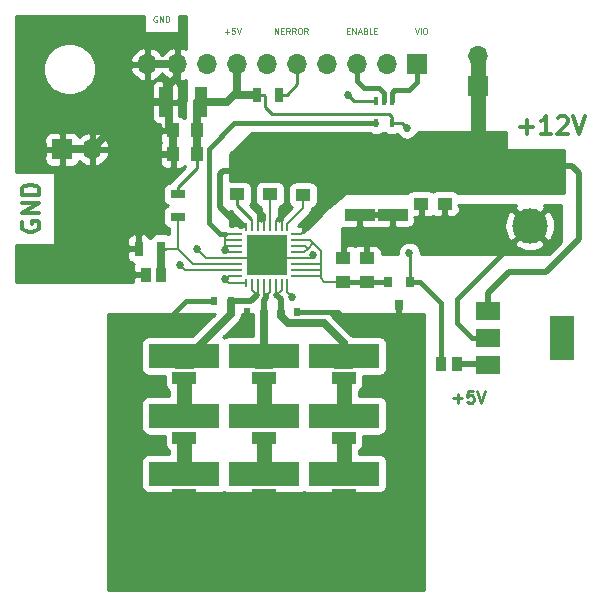
<source format=gtl>
%TF.GenerationSoftware,KiCad,Pcbnew,(5.1.4)-1*%
%TF.CreationDate,2019-08-25T21:13:44+02:00*%
%TF.ProjectId,ToF_illumination_icHaus_LED,546f465f-696c-46c7-956d-696e6174696f,1*%
%TF.SameCoordinates,Original*%
%TF.FileFunction,Copper,L1,Top*%
%TF.FilePolarity,Positive*%
%FSLAX46Y46*%
G04 Gerber Fmt 4.6, Leading zero omitted, Abs format (unit mm)*
G04 Created by KiCad (PCBNEW (5.1.4)-1) date 2019-08-25 21:13:44*
%MOMM*%
%LPD*%
G04 APERTURE LIST*
%ADD10C,0.250000*%
%ADD11C,0.125000*%
%ADD12C,0.300000*%
%ADD13R,1.725000X1.725000*%
%ADD14R,0.250000X0.700000*%
%ADD15R,0.700000X0.250000*%
%ADD16C,0.500000*%
%ADD17R,1.250000X1.000000*%
%ADD18R,2.500000X1.000000*%
%ADD19R,1.000000X2.500000*%
%ADD20R,0.600000X0.700000*%
%ADD21R,0.700000X1.300000*%
%ADD22R,1.000000X1.250000*%
%ADD23R,1.300000X0.700000*%
%ADD24R,0.400000X0.650000*%
%ADD25R,0.800000X0.900000*%
%ADD26R,3.000000X3.000000*%
%ADD27C,3.000000*%
%ADD28R,1.700000X1.700000*%
%ADD29O,1.700000X1.700000*%
%ADD30R,0.970000X1.270000*%
%ADD31R,2.000000X3.800000*%
%ADD32R,2.000000X1.500000*%
%ADD33R,1.600000X1.500000*%
%ADD34R,0.650000X1.500000*%
%ADD35R,1.600000X0.500000*%
%ADD36R,2.000000X1.000000*%
%ADD37R,6.000000X2.100000*%
%ADD38R,1.200000X0.500000*%
%ADD39C,0.685800*%
%ADD40C,0.635000*%
%ADD41C,0.508000*%
%ADD42C,0.381000*%
%ADD43C,0.203200*%
%ADD44C,0.254000*%
%ADD45C,0.152400*%
%ADD46C,1.270000*%
G04 APERTURE END LIST*
D10*
X117714285Y-108071428D02*
X118476190Y-108071428D01*
X118095238Y-108452380D02*
X118095238Y-107690476D01*
X119428571Y-107452380D02*
X118952380Y-107452380D01*
X118904761Y-107928571D01*
X118952380Y-107880952D01*
X119047619Y-107833333D01*
X119285714Y-107833333D01*
X119380952Y-107880952D01*
X119428571Y-107928571D01*
X119476190Y-108023809D01*
X119476190Y-108261904D01*
X119428571Y-108357142D01*
X119380952Y-108404761D01*
X119285714Y-108452380D01*
X119047619Y-108452380D01*
X118952380Y-108404761D01*
X118904761Y-108357142D01*
X119761904Y-107452380D02*
X120095238Y-108452380D01*
X120428571Y-107452380D01*
D11*
X92619047Y-75750000D02*
X92571428Y-75726190D01*
X92500000Y-75726190D01*
X92428571Y-75750000D01*
X92380952Y-75797619D01*
X92357142Y-75845238D01*
X92333333Y-75940476D01*
X92333333Y-76011904D01*
X92357142Y-76107142D01*
X92380952Y-76154761D01*
X92428571Y-76202380D01*
X92500000Y-76226190D01*
X92547619Y-76226190D01*
X92619047Y-76202380D01*
X92642857Y-76178571D01*
X92642857Y-76011904D01*
X92547619Y-76011904D01*
X92857142Y-76226190D02*
X92857142Y-75726190D01*
X93142857Y-76226190D01*
X93142857Y-75726190D01*
X93380952Y-76226190D02*
X93380952Y-75726190D01*
X93500000Y-75726190D01*
X93571428Y-75750000D01*
X93619047Y-75797619D01*
X93642857Y-75845238D01*
X93666666Y-75940476D01*
X93666666Y-76011904D01*
X93642857Y-76107142D01*
X93619047Y-76154761D01*
X93571428Y-76202380D01*
X93500000Y-76226190D01*
X93380952Y-76226190D01*
X98357142Y-77035714D02*
X98738095Y-77035714D01*
X98547619Y-77226190D02*
X98547619Y-76845238D01*
X99214285Y-76726190D02*
X98976190Y-76726190D01*
X98952380Y-76964285D01*
X98976190Y-76940476D01*
X99023809Y-76916666D01*
X99142857Y-76916666D01*
X99190476Y-76940476D01*
X99214285Y-76964285D01*
X99238095Y-77011904D01*
X99238095Y-77130952D01*
X99214285Y-77178571D01*
X99190476Y-77202380D01*
X99142857Y-77226190D01*
X99023809Y-77226190D01*
X98976190Y-77202380D01*
X98952380Y-77178571D01*
X99380952Y-76726190D02*
X99547619Y-77226190D01*
X99714285Y-76726190D01*
X102619047Y-77226190D02*
X102619047Y-76726190D01*
X102904761Y-77226190D01*
X102904761Y-76726190D01*
X103142857Y-76964285D02*
X103309523Y-76964285D01*
X103380952Y-77226190D02*
X103142857Y-77226190D01*
X103142857Y-76726190D01*
X103380952Y-76726190D01*
X103880952Y-77226190D02*
X103714285Y-76988095D01*
X103595238Y-77226190D02*
X103595238Y-76726190D01*
X103785714Y-76726190D01*
X103833333Y-76750000D01*
X103857142Y-76773809D01*
X103880952Y-76821428D01*
X103880952Y-76892857D01*
X103857142Y-76940476D01*
X103833333Y-76964285D01*
X103785714Y-76988095D01*
X103595238Y-76988095D01*
X104380952Y-77226190D02*
X104214285Y-76988095D01*
X104095238Y-77226190D02*
X104095238Y-76726190D01*
X104285714Y-76726190D01*
X104333333Y-76750000D01*
X104357142Y-76773809D01*
X104380952Y-76821428D01*
X104380952Y-76892857D01*
X104357142Y-76940476D01*
X104333333Y-76964285D01*
X104285714Y-76988095D01*
X104095238Y-76988095D01*
X104690476Y-76726190D02*
X104785714Y-76726190D01*
X104833333Y-76750000D01*
X104880952Y-76797619D01*
X104904761Y-76892857D01*
X104904761Y-77059523D01*
X104880952Y-77154761D01*
X104833333Y-77202380D01*
X104785714Y-77226190D01*
X104690476Y-77226190D01*
X104642857Y-77202380D01*
X104595238Y-77154761D01*
X104571428Y-77059523D01*
X104571428Y-76892857D01*
X104595238Y-76797619D01*
X104642857Y-76750000D01*
X104690476Y-76726190D01*
X105404761Y-77226190D02*
X105238095Y-76988095D01*
X105119047Y-77226190D02*
X105119047Y-76726190D01*
X105309523Y-76726190D01*
X105357142Y-76750000D01*
X105380952Y-76773809D01*
X105404761Y-76821428D01*
X105404761Y-76892857D01*
X105380952Y-76940476D01*
X105357142Y-76964285D01*
X105309523Y-76988095D01*
X105119047Y-76988095D01*
X108738095Y-76964285D02*
X108904761Y-76964285D01*
X108976190Y-77226190D02*
X108738095Y-77226190D01*
X108738095Y-76726190D01*
X108976190Y-76726190D01*
X109190476Y-77226190D02*
X109190476Y-76726190D01*
X109476190Y-77226190D01*
X109476190Y-76726190D01*
X109690476Y-77083333D02*
X109928571Y-77083333D01*
X109642857Y-77226190D02*
X109809523Y-76726190D01*
X109976190Y-77226190D01*
X110309523Y-76964285D02*
X110380952Y-76988095D01*
X110404761Y-77011904D01*
X110428571Y-77059523D01*
X110428571Y-77130952D01*
X110404761Y-77178571D01*
X110380952Y-77202380D01*
X110333333Y-77226190D01*
X110142857Y-77226190D01*
X110142857Y-76726190D01*
X110309523Y-76726190D01*
X110357142Y-76750000D01*
X110380952Y-76773809D01*
X110404761Y-76821428D01*
X110404761Y-76869047D01*
X110380952Y-76916666D01*
X110357142Y-76940476D01*
X110309523Y-76964285D01*
X110142857Y-76964285D01*
X110880952Y-77226190D02*
X110642857Y-77226190D01*
X110642857Y-76726190D01*
X111047619Y-76964285D02*
X111214285Y-76964285D01*
X111285714Y-77226190D02*
X111047619Y-77226190D01*
X111047619Y-76726190D01*
X111285714Y-76726190D01*
X114452380Y-76726190D02*
X114619047Y-77226190D01*
X114785714Y-76726190D01*
X114952380Y-77226190D02*
X114952380Y-76726190D01*
X115285714Y-76726190D02*
X115380952Y-76726190D01*
X115428571Y-76750000D01*
X115476190Y-76797619D01*
X115500000Y-76892857D01*
X115500000Y-77059523D01*
X115476190Y-77154761D01*
X115428571Y-77202380D01*
X115380952Y-77226190D01*
X115285714Y-77226190D01*
X115238095Y-77202380D01*
X115190476Y-77154761D01*
X115166666Y-77059523D01*
X115166666Y-76892857D01*
X115190476Y-76797619D01*
X115238095Y-76750000D01*
X115285714Y-76726190D01*
D12*
X81250000Y-93142857D02*
X81178571Y-93285714D01*
X81178571Y-93500000D01*
X81250000Y-93714285D01*
X81392857Y-93857142D01*
X81535714Y-93928571D01*
X81821428Y-94000000D01*
X82035714Y-94000000D01*
X82321428Y-93928571D01*
X82464285Y-93857142D01*
X82607142Y-93714285D01*
X82678571Y-93500000D01*
X82678571Y-93357142D01*
X82607142Y-93142857D01*
X82535714Y-93071428D01*
X82035714Y-93071428D01*
X82035714Y-93357142D01*
X82678571Y-92428571D02*
X81178571Y-92428571D01*
X82678571Y-91571428D01*
X81178571Y-91571428D01*
X82678571Y-90857142D02*
X81178571Y-90857142D01*
X81178571Y-90500000D01*
X81250000Y-90285714D01*
X81392857Y-90142857D01*
X81535714Y-90071428D01*
X81821428Y-90000000D01*
X82035714Y-90000000D01*
X82321428Y-90071428D01*
X82464285Y-90142857D01*
X82607142Y-90285714D01*
X82678571Y-90500000D01*
X82678571Y-90857142D01*
X123357142Y-85107142D02*
X124500000Y-85107142D01*
X123928571Y-85678571D02*
X123928571Y-84535714D01*
X126000000Y-85678571D02*
X125142857Y-85678571D01*
X125571428Y-85678571D02*
X125571428Y-84178571D01*
X125428571Y-84392857D01*
X125285714Y-84535714D01*
X125142857Y-84607142D01*
X126571428Y-84321428D02*
X126642857Y-84250000D01*
X126785714Y-84178571D01*
X127142857Y-84178571D01*
X127285714Y-84250000D01*
X127357142Y-84321428D01*
X127428571Y-84464285D01*
X127428571Y-84607142D01*
X127357142Y-84821428D01*
X126500000Y-85678571D01*
X127428571Y-85678571D01*
X127857142Y-84178571D02*
X128357142Y-85678571D01*
X128857142Y-84178571D01*
D13*
X102800000Y-96800000D03*
X102800000Y-95075000D03*
X101075000Y-96800000D03*
X101075000Y-95075000D03*
D14*
X103687500Y-98337500D03*
X103187500Y-98337500D03*
X102687500Y-98337500D03*
X102187500Y-98337500D03*
X101687500Y-98337500D03*
X101187500Y-98337500D03*
X100687500Y-98337500D03*
X100187500Y-98337500D03*
D15*
X99537500Y-97687500D03*
X99537500Y-97187500D03*
X99537500Y-96687500D03*
X99537500Y-96187500D03*
X99537500Y-95687500D03*
X99537500Y-95187500D03*
X99537500Y-94687500D03*
X99537500Y-94187500D03*
D14*
X100187500Y-93537500D03*
X100687500Y-93537500D03*
X101187500Y-93537500D03*
X101687500Y-93537500D03*
X102187500Y-93537500D03*
X102687500Y-93537500D03*
X103187500Y-93537500D03*
X103687500Y-93537500D03*
D15*
X104337500Y-94187500D03*
X104337500Y-94687500D03*
X104337500Y-95187500D03*
X104337500Y-95687500D03*
X104337500Y-96187500D03*
X104337500Y-96687500D03*
X104337500Y-97187500D03*
X104337500Y-97687500D03*
D16*
X101937500Y-96637500D03*
X101937500Y-95237500D03*
X101937500Y-95937500D03*
X101937500Y-94537500D03*
X100537500Y-97337500D03*
X101237500Y-97337500D03*
X103337500Y-97337500D03*
X101937500Y-97337500D03*
X102637500Y-97337500D03*
X103337500Y-96637500D03*
X101237500Y-96637500D03*
X100537500Y-96637500D03*
X102637500Y-96637500D03*
X103337500Y-95237500D03*
X101237500Y-95237500D03*
X100537500Y-95237500D03*
X102637500Y-95237500D03*
X102637500Y-94537500D03*
X103337500Y-94537500D03*
X101237500Y-94537500D03*
X100537500Y-94537500D03*
X103337500Y-95937500D03*
X101237500Y-95937500D03*
X100537500Y-95937500D03*
X102637500Y-95937500D03*
D17*
X99400000Y-88800000D03*
X99400000Y-90800000D03*
X102200000Y-88800000D03*
X102200000Y-90800000D03*
X105000000Y-88850000D03*
X105000000Y-90850000D03*
D18*
X112600000Y-89525000D03*
X112600000Y-92525000D03*
X109800000Y-89525000D03*
X109800000Y-92525000D03*
D19*
X96325000Y-83000000D03*
X93325000Y-83000000D03*
D20*
X97500000Y-99800000D03*
X98900000Y-99800000D03*
X100300000Y-100800000D03*
X101700000Y-100800000D03*
X104500000Y-100800000D03*
X103100000Y-100800000D03*
D21*
X103000000Y-82400000D03*
X101100000Y-82400000D03*
D22*
X96000000Y-85400000D03*
X94000000Y-85400000D03*
X94000000Y-87400000D03*
X96000000Y-87400000D03*
D17*
X108400000Y-96200000D03*
X108400000Y-98200000D03*
X110400000Y-96200000D03*
X110400000Y-98200000D03*
X115000000Y-89600000D03*
X115000000Y-91600000D03*
X117000000Y-91600000D03*
X117000000Y-89600000D03*
D23*
X94400000Y-90800000D03*
X94400000Y-92700000D03*
D21*
X91100000Y-95400000D03*
X93000000Y-95400000D03*
D24*
X112500000Y-84800000D03*
X111200000Y-84800000D03*
X111850000Y-82900000D03*
X111200000Y-82900000D03*
X112500000Y-82900000D03*
D25*
X113150000Y-100200000D03*
X112200000Y-98200000D03*
X114100000Y-98200000D03*
D26*
X124200000Y-88400000D03*
D27*
X124200000Y-93480000D03*
D28*
X114680000Y-79800000D03*
D29*
X112140000Y-79800000D03*
X109600000Y-79800000D03*
X107060000Y-79800000D03*
X104520000Y-79800000D03*
X101980000Y-79800000D03*
X99440000Y-79800000D03*
X96900000Y-79800000D03*
X94360000Y-79800000D03*
X91820000Y-79800000D03*
X119800000Y-79060000D03*
D28*
X119800000Y-81600000D03*
X84600000Y-87000000D03*
D29*
X87140000Y-87000000D03*
D30*
X116720000Y-105200000D03*
X118000000Y-105200000D03*
X93000000Y-97600000D03*
X91720000Y-97600000D03*
D31*
X126950000Y-103000000D03*
D32*
X120650000Y-103000000D03*
X120650000Y-105300000D03*
X120650000Y-100700000D03*
D16*
X111100000Y-103750000D03*
X110600000Y-103750000D03*
X110100000Y-103750000D03*
X109600000Y-103750000D03*
X111100000Y-104250000D03*
X111100000Y-104750000D03*
X111100000Y-105250000D03*
X105800000Y-103750000D03*
X105800000Y-104250000D03*
X105800000Y-104750000D03*
X105800000Y-105250000D03*
X106300000Y-105250000D03*
X107300000Y-103750000D03*
X106800000Y-105250000D03*
D33*
X108450000Y-104800000D03*
D34*
X108900000Y-104800000D03*
D35*
X108450000Y-103800000D03*
D36*
X108450000Y-106350000D03*
D16*
X106300000Y-104750000D03*
X106300000Y-104250000D03*
X106300000Y-103750000D03*
X110600000Y-105250000D03*
X110600000Y-104750000D03*
X110600000Y-104250000D03*
X106800000Y-103750000D03*
X106800000Y-104750000D03*
X106800000Y-104250000D03*
X107300000Y-104250000D03*
X107300000Y-105250000D03*
X107300000Y-104750000D03*
D37*
X108450000Y-104500000D03*
D34*
X108000000Y-104800000D03*
D38*
X108450000Y-106100000D03*
D16*
X110100000Y-104750000D03*
X110100000Y-105250000D03*
X110100000Y-104250000D03*
X109600000Y-104750000D03*
X109600000Y-105250000D03*
X109600000Y-104250000D03*
X109600000Y-109300000D03*
X109600000Y-110300000D03*
X109600000Y-109800000D03*
X110100000Y-109300000D03*
X110100000Y-110300000D03*
X110100000Y-109800000D03*
D38*
X108450000Y-111150000D03*
D34*
X108000000Y-109850000D03*
D37*
X108450000Y-109550000D03*
D16*
X107300000Y-109800000D03*
X107300000Y-110300000D03*
X107300000Y-109300000D03*
X106800000Y-109300000D03*
X106800000Y-109800000D03*
X106800000Y-108800000D03*
X110600000Y-109300000D03*
X110600000Y-109800000D03*
X110600000Y-110300000D03*
X106300000Y-108800000D03*
X106300000Y-109300000D03*
X106300000Y-109800000D03*
D36*
X108450000Y-111400000D03*
D35*
X108450000Y-108850000D03*
D34*
X108900000Y-109850000D03*
D33*
X108450000Y-109850000D03*
D16*
X106800000Y-110300000D03*
X107300000Y-108800000D03*
X106300000Y-110300000D03*
X105800000Y-110300000D03*
X105800000Y-109800000D03*
X105800000Y-109300000D03*
X105800000Y-108800000D03*
X111100000Y-110300000D03*
X111100000Y-109800000D03*
X111100000Y-109300000D03*
X109600000Y-108800000D03*
X110100000Y-108800000D03*
X110600000Y-108800000D03*
X111100000Y-108800000D03*
X109600000Y-114200000D03*
X109600000Y-115200000D03*
X109600000Y-114700000D03*
X110100000Y-114200000D03*
X110100000Y-115200000D03*
X110100000Y-114700000D03*
D38*
X108450000Y-116050000D03*
D34*
X108000000Y-114750000D03*
D37*
X108450000Y-114450000D03*
D16*
X107300000Y-114700000D03*
X107300000Y-115200000D03*
X107300000Y-114200000D03*
X106800000Y-114200000D03*
X106800000Y-114700000D03*
X106800000Y-113700000D03*
X110600000Y-114200000D03*
X110600000Y-114700000D03*
X110600000Y-115200000D03*
X106300000Y-113700000D03*
X106300000Y-114200000D03*
X106300000Y-114700000D03*
D36*
X108450000Y-116300000D03*
D35*
X108450000Y-113750000D03*
D34*
X108900000Y-114750000D03*
D33*
X108450000Y-114750000D03*
D16*
X106800000Y-115200000D03*
X107300000Y-113700000D03*
X106300000Y-115200000D03*
X105800000Y-115200000D03*
X105800000Y-114700000D03*
X105800000Y-114200000D03*
X105800000Y-113700000D03*
X111100000Y-115200000D03*
X111100000Y-114700000D03*
X111100000Y-114200000D03*
X109600000Y-113700000D03*
X110100000Y-113700000D03*
X110600000Y-113700000D03*
X111100000Y-113700000D03*
X104350000Y-103750000D03*
X103850000Y-103750000D03*
X103350000Y-103750000D03*
X102850000Y-103750000D03*
X104350000Y-104250000D03*
X104350000Y-104750000D03*
X104350000Y-105250000D03*
X99050000Y-103750000D03*
X99050000Y-104250000D03*
X99050000Y-104750000D03*
X99050000Y-105250000D03*
X99550000Y-105250000D03*
X100550000Y-103750000D03*
X100050000Y-105250000D03*
D33*
X101700000Y-104800000D03*
D34*
X102150000Y-104800000D03*
D35*
X101700000Y-103800000D03*
D36*
X101700000Y-106350000D03*
D16*
X99550000Y-104750000D03*
X99550000Y-104250000D03*
X99550000Y-103750000D03*
X103850000Y-105250000D03*
X103850000Y-104750000D03*
X103850000Y-104250000D03*
X100050000Y-103750000D03*
X100050000Y-104750000D03*
X100050000Y-104250000D03*
X100550000Y-104250000D03*
X100550000Y-105250000D03*
X100550000Y-104750000D03*
D37*
X101700000Y-104500000D03*
D34*
X101250000Y-104800000D03*
D38*
X101700000Y-106100000D03*
D16*
X103350000Y-104750000D03*
X103350000Y-105250000D03*
X103350000Y-104250000D03*
X102850000Y-104750000D03*
X102850000Y-105250000D03*
X102850000Y-104250000D03*
X102850000Y-109300000D03*
X102850000Y-110300000D03*
X102850000Y-109800000D03*
X103350000Y-109300000D03*
X103350000Y-110300000D03*
X103350000Y-109800000D03*
D38*
X101700000Y-111150000D03*
D34*
X101250000Y-109850000D03*
D37*
X101700000Y-109550000D03*
D16*
X100550000Y-109800000D03*
X100550000Y-110300000D03*
X100550000Y-109300000D03*
X100050000Y-109300000D03*
X100050000Y-109800000D03*
X100050000Y-108800000D03*
X103850000Y-109300000D03*
X103850000Y-109800000D03*
X103850000Y-110300000D03*
X99550000Y-108800000D03*
X99550000Y-109300000D03*
X99550000Y-109800000D03*
D36*
X101700000Y-111400000D03*
D35*
X101700000Y-108850000D03*
D34*
X102150000Y-109850000D03*
D33*
X101700000Y-109850000D03*
D16*
X100050000Y-110300000D03*
X100550000Y-108800000D03*
X99550000Y-110300000D03*
X99050000Y-110300000D03*
X99050000Y-109800000D03*
X99050000Y-109300000D03*
X99050000Y-108800000D03*
X104350000Y-110300000D03*
X104350000Y-109800000D03*
X104350000Y-109300000D03*
X102850000Y-108800000D03*
X103350000Y-108800000D03*
X103850000Y-108800000D03*
X104350000Y-108800000D03*
X102850000Y-114200000D03*
X102850000Y-115200000D03*
X102850000Y-114700000D03*
X103350000Y-114200000D03*
X103350000Y-115200000D03*
X103350000Y-114700000D03*
D38*
X101700000Y-116050000D03*
D34*
X101250000Y-114750000D03*
D37*
X101700000Y-114450000D03*
D16*
X100550000Y-114700000D03*
X100550000Y-115200000D03*
X100550000Y-114200000D03*
X100050000Y-114200000D03*
X100050000Y-114700000D03*
X100050000Y-113700000D03*
X103850000Y-114200000D03*
X103850000Y-114700000D03*
X103850000Y-115200000D03*
X99550000Y-113700000D03*
X99550000Y-114200000D03*
X99550000Y-114700000D03*
D36*
X101700000Y-116300000D03*
D35*
X101700000Y-113750000D03*
D34*
X102150000Y-114750000D03*
D33*
X101700000Y-114750000D03*
D16*
X100050000Y-115200000D03*
X100550000Y-113700000D03*
X99550000Y-115200000D03*
X99050000Y-115200000D03*
X99050000Y-114700000D03*
X99050000Y-114200000D03*
X99050000Y-113700000D03*
X104350000Y-115200000D03*
X104350000Y-114700000D03*
X104350000Y-114200000D03*
X102850000Y-113700000D03*
X103350000Y-113700000D03*
X103850000Y-113700000D03*
X104350000Y-113700000D03*
X96100000Y-104250000D03*
X96100000Y-105250000D03*
X96100000Y-104750000D03*
X96600000Y-104250000D03*
X96600000Y-105250000D03*
X96600000Y-104750000D03*
D38*
X94950000Y-106100000D03*
D34*
X94500000Y-104800000D03*
D37*
X94950000Y-104500000D03*
D16*
X93800000Y-104750000D03*
X93800000Y-105250000D03*
X93800000Y-104250000D03*
X93300000Y-104250000D03*
X93300000Y-104750000D03*
X93300000Y-103750000D03*
X97100000Y-104250000D03*
X97100000Y-104750000D03*
X97100000Y-105250000D03*
X92800000Y-103750000D03*
X92800000Y-104250000D03*
X92800000Y-104750000D03*
D36*
X94950000Y-106350000D03*
D35*
X94950000Y-103800000D03*
D34*
X95400000Y-104800000D03*
D33*
X94950000Y-104800000D03*
D16*
X93300000Y-105250000D03*
X93800000Y-103750000D03*
X92800000Y-105250000D03*
X92300000Y-105250000D03*
X92300000Y-104750000D03*
X92300000Y-104250000D03*
X92300000Y-103750000D03*
X97600000Y-105250000D03*
X97600000Y-104750000D03*
X97600000Y-104250000D03*
X96100000Y-103750000D03*
X96600000Y-103750000D03*
X97100000Y-103750000D03*
X97600000Y-103750000D03*
X97600000Y-108800000D03*
X97100000Y-108800000D03*
X96600000Y-108800000D03*
X96100000Y-108800000D03*
X97600000Y-109300000D03*
X97600000Y-109800000D03*
X97600000Y-110300000D03*
X92300000Y-108800000D03*
X92300000Y-109300000D03*
X92300000Y-109800000D03*
X92300000Y-110300000D03*
X92800000Y-110300000D03*
X93800000Y-108800000D03*
X93300000Y-110300000D03*
D33*
X94950000Y-109850000D03*
D34*
X95400000Y-109850000D03*
D35*
X94950000Y-108850000D03*
D36*
X94950000Y-111400000D03*
D16*
X92800000Y-109800000D03*
X92800000Y-109300000D03*
X92800000Y-108800000D03*
X97100000Y-110300000D03*
X97100000Y-109800000D03*
X97100000Y-109300000D03*
X93300000Y-108800000D03*
X93300000Y-109800000D03*
X93300000Y-109300000D03*
X93800000Y-109300000D03*
X93800000Y-110300000D03*
X93800000Y-109800000D03*
D37*
X94950000Y-109550000D03*
D34*
X94500000Y-109850000D03*
D38*
X94950000Y-111150000D03*
D16*
X96600000Y-109800000D03*
X96600000Y-110300000D03*
X96600000Y-109300000D03*
X96100000Y-109800000D03*
X96100000Y-110300000D03*
X96100000Y-109300000D03*
X97600000Y-113700000D03*
X97100000Y-113700000D03*
X96600000Y-113700000D03*
X96100000Y-113700000D03*
X97600000Y-114200000D03*
X97600000Y-114700000D03*
X97600000Y-115200000D03*
X92300000Y-113700000D03*
X92300000Y-114200000D03*
X92300000Y-114700000D03*
X92300000Y-115200000D03*
X92800000Y-115200000D03*
X93800000Y-113700000D03*
X93300000Y-115200000D03*
D33*
X94950000Y-114750000D03*
D34*
X95400000Y-114750000D03*
D35*
X94950000Y-113750000D03*
D36*
X94950000Y-116300000D03*
D16*
X92800000Y-114700000D03*
X92800000Y-114200000D03*
X92800000Y-113700000D03*
X97100000Y-115200000D03*
X97100000Y-114700000D03*
X97100000Y-114200000D03*
X93300000Y-113700000D03*
X93300000Y-114700000D03*
X93300000Y-114200000D03*
X93800000Y-114200000D03*
X93800000Y-115200000D03*
X93800000Y-114700000D03*
D37*
X94950000Y-114450000D03*
D34*
X94500000Y-114750000D03*
D38*
X94950000Y-116050000D03*
D16*
X96600000Y-114700000D03*
X96600000Y-115200000D03*
X96600000Y-114200000D03*
X96100000Y-114700000D03*
X96100000Y-115200000D03*
X96100000Y-114200000D03*
D39*
X105819410Y-95968433D03*
X108800000Y-82400000D03*
X114200000Y-102000000D03*
X96000000Y-95400000D03*
X98600000Y-118000000D03*
X99600000Y-118000000D03*
X100600000Y-118000000D03*
X101600000Y-118000000D03*
X103600000Y-118000000D03*
X102600000Y-118000000D03*
X105600000Y-118000000D03*
X104600000Y-118000000D03*
X113600000Y-118000000D03*
X112600000Y-118000000D03*
X107600000Y-118000000D03*
X110600000Y-118000000D03*
X111600000Y-118000000D03*
X106600000Y-118000000D03*
X109600000Y-118000000D03*
X108600000Y-118000000D03*
X97600000Y-118000000D03*
X95600000Y-118000000D03*
X92600000Y-118000000D03*
X93600000Y-118000000D03*
X94600000Y-118000000D03*
X96600000Y-118000000D03*
X91600000Y-118000000D03*
X90600000Y-118000000D03*
X99600000Y-102200000D03*
X93200000Y-102200000D03*
X113800000Y-85200000D03*
X114000000Y-95800000D03*
X94600000Y-96800000D03*
X104080508Y-99501831D03*
X98400000Y-98000000D03*
X98400000Y-95488990D03*
D40*
X91820000Y-79800000D02*
X94360000Y-79800000D01*
X94360000Y-79800000D02*
X94360000Y-80840000D01*
X93650000Y-81550000D02*
X93650000Y-81650000D01*
X94360000Y-80840000D02*
X93650000Y-81550000D01*
X93650000Y-83000000D02*
X93650000Y-81650000D01*
X91140000Y-83000000D02*
X87140000Y-87000000D01*
X84600000Y-87000000D02*
X87140000Y-87000000D01*
X93650000Y-83000000D02*
X91800000Y-83000000D01*
X91800000Y-83000000D02*
X91140000Y-83000000D01*
X91100000Y-93800000D02*
X91100000Y-89900000D01*
X91100000Y-89900000D02*
X91800000Y-89200000D01*
D41*
X92000000Y-87400000D02*
X91800000Y-87600000D01*
X94000000Y-87400000D02*
X92000000Y-87400000D01*
D40*
X91800000Y-89200000D02*
X91800000Y-87600000D01*
D42*
X119269000Y-103000000D02*
X118000000Y-101731000D01*
X120650000Y-103000000D02*
X119269000Y-103000000D01*
X118000000Y-99680000D02*
X124200000Y-93480000D01*
X118000000Y-101731000D02*
X118000000Y-99680000D01*
D43*
X104337500Y-96187500D02*
X105600343Y-96187500D01*
X105600343Y-96187500D02*
X105819410Y-95968433D01*
D42*
X108400000Y-95319000D02*
X108600000Y-95119000D01*
X108400000Y-96200000D02*
X108400000Y-95319000D01*
X108600000Y-95119000D02*
X108600000Y-94800000D01*
X108600000Y-94800000D02*
X109200000Y-94200000D01*
X109200000Y-94200000D02*
X110000000Y-94200000D01*
X110400000Y-94600000D02*
X110400000Y-96200000D01*
X110000000Y-94200000D02*
X110400000Y-94600000D01*
D40*
X93650000Y-85050000D02*
X94000000Y-85400000D01*
X93650000Y-83000000D02*
X93650000Y-85050000D01*
X94000000Y-85400000D02*
X94000000Y-87400000D01*
D44*
X111200000Y-82900000D02*
X109300000Y-82900000D01*
X109300000Y-82900000D02*
X108800000Y-82400000D01*
D41*
X113150000Y-100200000D02*
X113150000Y-100950000D01*
X113150000Y-100950000D02*
X114200000Y-102000000D01*
D43*
X100462500Y-96187500D02*
X101075000Y-96800000D01*
X103412500Y-96187500D02*
X102800000Y-96800000D01*
X104337500Y-96187500D02*
X103412500Y-96187500D01*
D42*
X101075000Y-95075000D02*
X102800000Y-95075000D01*
D43*
X96787500Y-96187500D02*
X96000000Y-95400000D01*
X99537500Y-96187500D02*
X96787500Y-96187500D01*
X101028200Y-96187500D02*
X100012500Y-96187500D01*
X101075000Y-96140700D02*
X101028200Y-96187500D01*
X101075000Y-95075000D02*
X101075000Y-96140700D01*
X99537500Y-96187500D02*
X100012500Y-96187500D01*
X100012500Y-96187500D02*
X100462500Y-96187500D01*
X99600000Y-118000000D02*
X100600000Y-118000000D01*
X100600000Y-118000000D02*
X101600000Y-118000000D01*
X103600000Y-118000000D02*
X104600000Y-118000000D01*
X104600000Y-118000000D02*
X105600000Y-118000000D01*
X112600000Y-118000000D02*
X113600000Y-118000000D01*
X111600000Y-118000000D02*
X112600000Y-118000000D01*
X107600000Y-118000000D02*
X108600000Y-118000000D01*
X108600000Y-118000000D02*
X109600000Y-118000000D01*
X95600000Y-118000000D02*
X96600000Y-118000000D01*
X91600000Y-118000000D02*
X92600000Y-118000000D01*
X96600000Y-118000000D02*
X97600000Y-118000000D01*
X92600000Y-118000000D02*
X93600000Y-118000000D01*
D42*
X104500000Y-100800000D02*
X108000000Y-100800000D01*
X108000000Y-100800000D02*
X109200000Y-102000000D01*
X109200000Y-102000000D02*
X114200000Y-102000000D01*
X100300000Y-100800000D02*
X100300000Y-101500000D01*
X100300000Y-101500000D02*
X99600000Y-102200000D01*
X96819000Y-99800000D02*
X97500000Y-99800000D01*
X95115067Y-99800000D02*
X96819000Y-99800000D01*
X93200000Y-101715067D02*
X95115067Y-99800000D01*
X93200000Y-102200000D02*
X93200000Y-101715067D01*
D44*
X101704000Y-82400000D02*
X101100000Y-82400000D01*
X112500000Y-84800000D02*
X112500000Y-84221000D01*
X112500000Y-84221000D02*
X112279000Y-84000000D01*
X102400000Y-84000000D02*
X101800000Y-83400000D01*
X101800000Y-83400000D02*
X101800000Y-82496000D01*
X112279000Y-84000000D02*
X102400000Y-84000000D01*
X101800000Y-82496000D02*
X101704000Y-82400000D01*
D42*
X114881000Y-98200000D02*
X114100000Y-98200000D01*
X116720000Y-100039000D02*
X114881000Y-98200000D01*
X116720000Y-105200000D02*
X116720000Y-100039000D01*
D40*
X99440000Y-79800000D02*
X99440000Y-82160000D01*
X98600000Y-83000000D02*
X96000000Y-83000000D01*
X101100000Y-82400000D02*
X99200000Y-82400000D01*
X99440000Y-82160000D02*
X99200000Y-82400000D01*
X99200000Y-82400000D02*
X98600000Y-83000000D01*
X96000000Y-83000000D02*
X96000000Y-85400000D01*
X96000000Y-85400000D02*
X96000000Y-87400000D01*
D44*
X96000000Y-88596000D02*
X96000000Y-87400000D01*
X94400000Y-90800000D02*
X94400000Y-90196000D01*
X94400000Y-90196000D02*
X96000000Y-88596000D01*
X112500000Y-84800000D02*
X113400000Y-84800000D01*
X113400000Y-84800000D02*
X113800000Y-85200000D01*
X114100000Y-95900000D02*
X114000000Y-95800000D01*
X114100000Y-98200000D02*
X114100000Y-95900000D01*
D43*
X99537500Y-97187500D02*
X94987500Y-97187500D01*
X94987500Y-97187500D02*
X94600000Y-96800000D01*
D42*
X108400000Y-98200000D02*
X110400000Y-98200000D01*
X112200000Y-98200000D02*
X110400000Y-98200000D01*
D43*
X104337500Y-95687500D02*
X104890700Y-95687500D01*
X104890700Y-95687500D02*
X105112500Y-95687500D01*
X105187500Y-95187500D02*
X105400000Y-95400000D01*
X104337500Y-95187500D02*
X105187500Y-95187500D01*
X105112500Y-95687500D02*
X105400000Y-95400000D01*
X105400000Y-95400000D02*
X105842379Y-94957621D01*
X105572259Y-94687500D02*
X104337500Y-94687500D01*
X106517911Y-95633152D02*
X105572259Y-94687500D01*
X106487500Y-96687500D02*
X106517911Y-96717911D01*
X104337500Y-96687500D02*
X106487500Y-96687500D01*
X106517911Y-96717911D02*
X106517911Y-95633152D01*
X107400000Y-98200000D02*
X108400000Y-98200000D01*
X106800000Y-98200000D02*
X107400000Y-98200000D01*
X106517911Y-97917911D02*
X106800000Y-98200000D01*
X106487500Y-97687500D02*
X106517911Y-97717911D01*
X104337500Y-97687500D02*
X106487500Y-97687500D01*
X106517911Y-97717911D02*
X106517911Y-97917911D01*
X104890700Y-97187500D02*
X104903200Y-97200000D01*
X104337500Y-97187500D02*
X104890700Y-97187500D01*
X106400000Y-97200000D02*
X106517911Y-97082089D01*
X104903200Y-97200000D02*
X106400000Y-97200000D01*
X106517911Y-96717911D02*
X106517911Y-97082089D01*
X106517911Y-97082089D02*
X106517911Y-97717911D01*
D41*
X120650000Y-99150000D02*
X120650000Y-100700000D01*
X127800000Y-88400000D02*
X128400000Y-89000000D01*
X124200000Y-88400000D02*
X127800000Y-88400000D01*
X128400000Y-94600000D02*
X125600000Y-97400000D01*
X128400000Y-89000000D02*
X128400000Y-94600000D01*
X125600000Y-97400000D02*
X122400000Y-97400000D01*
X122400000Y-97400000D02*
X120650000Y-99150000D01*
D43*
X106800000Y-90400000D02*
X106800000Y-89400000D01*
X106500000Y-89100000D02*
X105000000Y-89100000D01*
X106800000Y-89400000D02*
X106500000Y-89100000D01*
D42*
X107750000Y-89850000D02*
X109800000Y-89850000D01*
D43*
X106725000Y-90475000D02*
X106800000Y-90400000D01*
D45*
X104337500Y-94187500D02*
X104839900Y-94187500D01*
D41*
X105263700Y-93763700D02*
X105263700Y-93736300D01*
X105263700Y-93736300D02*
X106500000Y-92500000D01*
X106500000Y-92500000D02*
X106500000Y-90750000D01*
X107725000Y-89525000D02*
X109800000Y-89525000D01*
X106500000Y-90750000D02*
X107725000Y-89525000D01*
D43*
X100187500Y-93537500D02*
X99859300Y-93537500D01*
D44*
X99637500Y-93537500D02*
X99859300Y-93537500D01*
D43*
X100187500Y-93537500D02*
X100187500Y-93487500D01*
X100187500Y-93487500D02*
X100000000Y-93300000D01*
X101187500Y-92187500D02*
X100700000Y-91700000D01*
X100700000Y-91700000D02*
X100700000Y-89700000D01*
X102075000Y-88800000D02*
X102200000Y-88800000D01*
X101175000Y-89700000D02*
X102075000Y-88800000D01*
X100700000Y-89700000D02*
X101175000Y-89700000D01*
X101687500Y-92487500D02*
X100900000Y-91700000D01*
X99525000Y-88800000D02*
X99400000Y-88800000D01*
X100900000Y-90175000D02*
X99525000Y-88800000D01*
X100900000Y-91700000D02*
X100900000Y-90175000D01*
X102687500Y-93537500D02*
X102687500Y-92984300D01*
X103200000Y-92471800D02*
X103200000Y-92000000D01*
X103200000Y-92000000D02*
X103600000Y-91600000D01*
X102325000Y-88800000D02*
X102200000Y-88800000D01*
X103600000Y-90075000D02*
X102325000Y-88800000D01*
X103600000Y-91600000D02*
X103600000Y-90075000D01*
X103187500Y-92984300D02*
X103600000Y-92571800D01*
X103187500Y-93537500D02*
X103187500Y-92984300D01*
X103600000Y-92571800D02*
X103600000Y-89800000D01*
X104875000Y-88850000D02*
X105000000Y-88850000D01*
X103925000Y-89800000D02*
X104875000Y-88850000D01*
X103600000Y-89800000D02*
X103925000Y-89800000D01*
D44*
X101187500Y-92987500D02*
X101187500Y-92187500D01*
D43*
X101187500Y-93537500D02*
X101187500Y-92987500D01*
D44*
X101687500Y-93012500D02*
X101687500Y-92487500D01*
D43*
X101687500Y-93537500D02*
X101687500Y-93012500D01*
D44*
X101662500Y-92987500D02*
X101687500Y-93012500D01*
X101187500Y-92987500D02*
X101662500Y-92987500D01*
X102687500Y-92984300D02*
X103187500Y-92984300D01*
X102687500Y-92984300D02*
X103200000Y-92471800D01*
D45*
X104839900Y-94187500D02*
X105013700Y-94013700D01*
D44*
X105013700Y-93513700D02*
X105013700Y-94013700D01*
X105013700Y-93986300D02*
X105263700Y-93736300D01*
X105013700Y-94013700D02*
X105013700Y-93986300D01*
X105013700Y-94013700D02*
X105263700Y-93763700D01*
D41*
X98000000Y-89067000D02*
X98000000Y-91900000D01*
X98267000Y-88800000D02*
X98000000Y-89067000D01*
X99400000Y-88800000D02*
X98267000Y-88800000D01*
X98000000Y-91900000D02*
X99050000Y-92950000D01*
D44*
X99050000Y-92950000D02*
X99637500Y-93537500D01*
D46*
X119800000Y-81600000D02*
X119800000Y-86800000D01*
X121400000Y-88400000D02*
X124200000Y-88400000D01*
X119800000Y-86800000D02*
X121400000Y-88400000D01*
X119800000Y-81600000D02*
X119800000Y-79060000D01*
D43*
X103687500Y-93312500D02*
X105000000Y-92000000D01*
X105000000Y-91203200D02*
X105000000Y-90600000D01*
X103687500Y-93537500D02*
X103687500Y-93312500D01*
X105000000Y-92000000D02*
X105000000Y-91203200D01*
X102187500Y-92874620D02*
X102209610Y-92852510D01*
X102209610Y-90809610D02*
X102200000Y-90800000D01*
X102187500Y-93537500D02*
X102187500Y-92874620D01*
X102209610Y-92852510D02*
X102209610Y-90809610D01*
X99400000Y-91153200D02*
X99400000Y-90550000D01*
X99400000Y-91503200D02*
X99400000Y-90800000D01*
X99400000Y-91696800D02*
X99400000Y-91503200D01*
X100687500Y-92984300D02*
X99400000Y-91696800D01*
X100687500Y-93537500D02*
X100687500Y-92984300D01*
D44*
X100600981Y-92899019D02*
X100552490Y-92850528D01*
X99400000Y-90800000D02*
X99400000Y-91698038D01*
X99400000Y-91698038D02*
X100600981Y-92899019D01*
D45*
X102687500Y-99287500D02*
X103100000Y-99700000D01*
D41*
X103100000Y-99700000D02*
X102744103Y-99344103D01*
X103100000Y-99700000D02*
X103100000Y-100800000D01*
D43*
X102744103Y-99334097D02*
X102744103Y-99344103D01*
X103187500Y-98890700D02*
X102744103Y-99334097D01*
X103187500Y-98337500D02*
X103187500Y-98890700D01*
X102687500Y-99287500D02*
X102744103Y-99344103D01*
X102687500Y-98337500D02*
X102687500Y-99287500D01*
D40*
X103100000Y-101078702D02*
X103100000Y-100800000D01*
X103742799Y-101721501D02*
X103100000Y-101078702D01*
X106756501Y-101721501D02*
X103742799Y-101721501D01*
X108450000Y-103415000D02*
X106756501Y-101721501D01*
X108450000Y-104800000D02*
X108450000Y-103415000D01*
D46*
X108450000Y-107830000D02*
X108450000Y-106439001D01*
X108450000Y-109850000D02*
X108450000Y-107830000D01*
X108450000Y-114750000D02*
X108450000Y-111489001D01*
D43*
X101621800Y-109850000D02*
X102150000Y-109850000D01*
X101600000Y-109828200D02*
X101621800Y-109850000D01*
D46*
X101700000Y-107830000D02*
X101700000Y-106439001D01*
X101700000Y-109850000D02*
X101700000Y-107830000D01*
D43*
X101700000Y-114500000D02*
X102050000Y-114850000D01*
D46*
X101700000Y-114750000D02*
X101700000Y-111489001D01*
X94950000Y-107830000D02*
X94950000Y-106439001D01*
X94950000Y-109850000D02*
X94950000Y-107830000D01*
X94950000Y-112130000D02*
X94950000Y-111489001D01*
X94950000Y-114450000D02*
X94950000Y-112130000D01*
D44*
X104520000Y-81002081D02*
X104520000Y-79800000D01*
X104520000Y-81484000D02*
X104520000Y-81002081D01*
X103604000Y-82400000D02*
X104520000Y-81484000D01*
X103000000Y-82400000D02*
X103604000Y-82400000D01*
D43*
X103737609Y-99158932D02*
X104080508Y-99501831D01*
X103687500Y-98337500D02*
X103687500Y-99108823D01*
X103687500Y-99108823D02*
X103737609Y-99158932D01*
D42*
X111200000Y-84800000D02*
X110619000Y-84800000D01*
X110619000Y-84800000D02*
X100379038Y-84800000D01*
D43*
X98412500Y-94187500D02*
X99537500Y-94187500D01*
X98400000Y-94200000D02*
X98412500Y-94187500D01*
X98712500Y-97687500D02*
X98400000Y-98000000D01*
X99537500Y-97687500D02*
X98712500Y-97687500D01*
X98412500Y-95187500D02*
X98400000Y-95200000D01*
X99537500Y-95187500D02*
X98412500Y-95187500D01*
X98512500Y-94687500D02*
X98400000Y-94800000D01*
X99537500Y-94687500D02*
X98512500Y-94687500D01*
X98400000Y-95200000D02*
X98400000Y-94800000D01*
X98400000Y-94800000D02*
X98400000Y-94200000D01*
X98400000Y-95200000D02*
X98400000Y-95488990D01*
X99537500Y-95687500D02*
X98887500Y-95687500D01*
X98400000Y-95488990D02*
X98488990Y-95488990D01*
X98598510Y-95687500D02*
X98400000Y-95488990D01*
X99537500Y-95687500D02*
X98598510Y-95687500D01*
D42*
X98400000Y-94200000D02*
X98000000Y-94200000D01*
X98000000Y-94200000D02*
X97000000Y-93200000D01*
X97000000Y-93200000D02*
X97000000Y-87000000D01*
X99200000Y-84800000D02*
X100800000Y-84800000D01*
X97000000Y-87000000D02*
X99200000Y-84800000D01*
X111200000Y-84800000D02*
X100800000Y-84800000D01*
X100800000Y-84800000D02*
X100525102Y-84800000D01*
D43*
X98737500Y-98337500D02*
X98400000Y-98000000D01*
X100187500Y-98337500D02*
X98737500Y-98337500D01*
D42*
X111850000Y-82194000D02*
X111456000Y-81800000D01*
X111850000Y-82900000D02*
X111850000Y-82194000D01*
X111456000Y-81800000D02*
X110200000Y-81800000D01*
X109600000Y-81200000D02*
X109600000Y-79800000D01*
X110200000Y-81800000D02*
X109600000Y-81200000D01*
X112500000Y-82194000D02*
X112694000Y-82000000D01*
X112500000Y-82900000D02*
X112500000Y-82194000D01*
X112694000Y-82000000D02*
X114000000Y-82000000D01*
X114680000Y-81320000D02*
X114680000Y-79800000D01*
X114000000Y-82000000D02*
X114680000Y-81320000D01*
D41*
X120550000Y-105200000D02*
X120650000Y-105300000D01*
X118000000Y-105200000D02*
X120550000Y-105200000D01*
D43*
X94400000Y-95400000D02*
X93400000Y-95400000D01*
D44*
X93000000Y-95400000D02*
X93400000Y-95400000D01*
D43*
X94400000Y-92700000D02*
X94400000Y-95400000D01*
D40*
X93000000Y-95400000D02*
X93000000Y-97600000D01*
D43*
X98053718Y-96687500D02*
X95687500Y-96687500D01*
X95687500Y-96687500D02*
X94400000Y-95400000D01*
X98064719Y-96698501D02*
X98053718Y-96687500D01*
X98973299Y-96698501D02*
X98064719Y-96698501D01*
X99537500Y-96687500D02*
X98984300Y-96687500D01*
X98984300Y-96687500D02*
X98973299Y-96698501D01*
X101687500Y-99574618D02*
X101687500Y-100787500D01*
X102187500Y-98337500D02*
X102187500Y-98562500D01*
D41*
X101700000Y-99777644D02*
X101862008Y-99615636D01*
X101700000Y-100800000D02*
X101700000Y-99777644D01*
X101862008Y-99615636D02*
X101862008Y-99400000D01*
D45*
X101687500Y-99225492D02*
X101862008Y-99400000D01*
X101687500Y-98337500D02*
X101687500Y-99225492D01*
X101687500Y-100787500D02*
X101700000Y-100800000D01*
X101687500Y-98337500D02*
X101687500Y-100787500D01*
D43*
X102187500Y-99074508D02*
X101862008Y-99400000D01*
X102187500Y-98337500D02*
X102187500Y-99074508D01*
X101687500Y-99765144D02*
X101700000Y-99777644D01*
X101687500Y-99574618D02*
X101687500Y-99765144D01*
X101709609Y-99552509D02*
X101687500Y-99574618D01*
X101709609Y-99047491D02*
X101709609Y-99552509D01*
X101687500Y-99025382D02*
X101709609Y-99047491D01*
X101687500Y-98337500D02*
X101687500Y-99025382D01*
D40*
X101700000Y-104800000D02*
X101700000Y-100800000D01*
D43*
X101187500Y-98337500D02*
X101187500Y-99212500D01*
X101096800Y-99300000D02*
X101100000Y-99300000D01*
X100687500Y-98890700D02*
X101096800Y-99300000D01*
X100687500Y-98337500D02*
X100687500Y-98890700D01*
D41*
X100600000Y-99800000D02*
X101100000Y-99300000D01*
X98900000Y-99800000D02*
X100600000Y-99800000D01*
D40*
X98900000Y-100785000D02*
X98900000Y-99800000D01*
X98900000Y-100900000D02*
X98900000Y-100785000D01*
X95000000Y-104800000D02*
X98900000Y-100900000D01*
X94950000Y-104800000D02*
X95000000Y-104800000D01*
D44*
G36*
X95641034Y-102811928D02*
G01*
X91950000Y-102811928D01*
X91825518Y-102824188D01*
X91705820Y-102860498D01*
X91595506Y-102919463D01*
X91498815Y-102998815D01*
X91419463Y-103095506D01*
X91360498Y-103205820D01*
X91324188Y-103325518D01*
X91311928Y-103450000D01*
X91311928Y-105550000D01*
X91324188Y-105674482D01*
X91360498Y-105794180D01*
X91419463Y-105904494D01*
X91498815Y-106001185D01*
X91595506Y-106080537D01*
X91705820Y-106139502D01*
X91825518Y-106175812D01*
X91950000Y-106188072D01*
X93311928Y-106188072D01*
X93311928Y-106850000D01*
X93324188Y-106974482D01*
X93360498Y-107094180D01*
X93419463Y-107204494D01*
X93498815Y-107301185D01*
X93595506Y-107380537D01*
X93680000Y-107425701D01*
X93680000Y-107861928D01*
X91950000Y-107861928D01*
X91825518Y-107874188D01*
X91705820Y-107910498D01*
X91595506Y-107969463D01*
X91498815Y-108048815D01*
X91419463Y-108145506D01*
X91360498Y-108255820D01*
X91324188Y-108375518D01*
X91311928Y-108500000D01*
X91311928Y-110600000D01*
X91324188Y-110724482D01*
X91360498Y-110844180D01*
X91419463Y-110954494D01*
X91498815Y-111051185D01*
X91595506Y-111130537D01*
X91705820Y-111189502D01*
X91825518Y-111225812D01*
X91950000Y-111238072D01*
X93311928Y-111238072D01*
X93311928Y-111900000D01*
X93324188Y-112024482D01*
X93360498Y-112144180D01*
X93419463Y-112254494D01*
X93498815Y-112351185D01*
X93595506Y-112430537D01*
X93680001Y-112475701D01*
X93680001Y-112761928D01*
X91950000Y-112761928D01*
X91825518Y-112774188D01*
X91705820Y-112810498D01*
X91595506Y-112869463D01*
X91498815Y-112948815D01*
X91419463Y-113045506D01*
X91360498Y-113155820D01*
X91324188Y-113275518D01*
X91311928Y-113400000D01*
X91311928Y-115500000D01*
X91324188Y-115624482D01*
X91360498Y-115744180D01*
X91419463Y-115854494D01*
X91498815Y-115951185D01*
X91595506Y-116030537D01*
X91705820Y-116089502D01*
X91825518Y-116125812D01*
X91950000Y-116138072D01*
X97950000Y-116138072D01*
X98074482Y-116125812D01*
X98194180Y-116089502D01*
X98304494Y-116030537D01*
X98325000Y-116013708D01*
X98345506Y-116030537D01*
X98455820Y-116089502D01*
X98575518Y-116125812D01*
X98700000Y-116138072D01*
X104700000Y-116138072D01*
X104824482Y-116125812D01*
X104944180Y-116089502D01*
X105054494Y-116030537D01*
X105075000Y-116013708D01*
X105095506Y-116030537D01*
X105205820Y-116089502D01*
X105325518Y-116125812D01*
X105450000Y-116138072D01*
X111450000Y-116138072D01*
X111574482Y-116125812D01*
X111694180Y-116089502D01*
X111804494Y-116030537D01*
X111901185Y-115951185D01*
X111980537Y-115854494D01*
X112039502Y-115744180D01*
X112075812Y-115624482D01*
X112088072Y-115500000D01*
X112088072Y-113400000D01*
X112075812Y-113275518D01*
X112039502Y-113155820D01*
X111980537Y-113045506D01*
X111901185Y-112948815D01*
X111804494Y-112869463D01*
X111694180Y-112810498D01*
X111574482Y-112774188D01*
X111450000Y-112761928D01*
X109720000Y-112761928D01*
X109720000Y-112475701D01*
X109804494Y-112430537D01*
X109901185Y-112351185D01*
X109980537Y-112254494D01*
X110039502Y-112144180D01*
X110075812Y-112024482D01*
X110088072Y-111900000D01*
X110088072Y-111238072D01*
X111450000Y-111238072D01*
X111574482Y-111225812D01*
X111694180Y-111189502D01*
X111804494Y-111130537D01*
X111901185Y-111051185D01*
X111980537Y-110954494D01*
X112039502Y-110844180D01*
X112075812Y-110724482D01*
X112088072Y-110600000D01*
X112088072Y-108500000D01*
X112075812Y-108375518D01*
X112039502Y-108255820D01*
X111980537Y-108145506D01*
X111901185Y-108048815D01*
X111804494Y-107969463D01*
X111694180Y-107910498D01*
X111574482Y-107874188D01*
X111450000Y-107861928D01*
X109720000Y-107861928D01*
X109720000Y-107425701D01*
X109804494Y-107380537D01*
X109901185Y-107301185D01*
X109980537Y-107204494D01*
X110039502Y-107094180D01*
X110075812Y-106974482D01*
X110088072Y-106850000D01*
X110088072Y-106188072D01*
X111450000Y-106188072D01*
X111574482Y-106175812D01*
X111694180Y-106139502D01*
X111804494Y-106080537D01*
X111901185Y-106001185D01*
X111980537Y-105904494D01*
X112039502Y-105794180D01*
X112075812Y-105674482D01*
X112088072Y-105550000D01*
X112088072Y-103450000D01*
X112075812Y-103325518D01*
X112039502Y-103205820D01*
X111980537Y-103095506D01*
X111901185Y-102998815D01*
X111804494Y-102919463D01*
X111694180Y-102860498D01*
X111574482Y-102824188D01*
X111450000Y-102811928D01*
X109187267Y-102811928D01*
X109126778Y-102738222D01*
X109090436Y-102708397D01*
X107463108Y-101081070D01*
X107433279Y-101044723D01*
X107289832Y-100927000D01*
X115273000Y-100927000D01*
X115273000Y-124315000D01*
X88527000Y-124315000D01*
X88527000Y-100927000D01*
X97525961Y-100927000D01*
X95641034Y-102811928D01*
X95641034Y-102811928D01*
G37*
X95641034Y-102811928D02*
X91950000Y-102811928D01*
X91825518Y-102824188D01*
X91705820Y-102860498D01*
X91595506Y-102919463D01*
X91498815Y-102998815D01*
X91419463Y-103095506D01*
X91360498Y-103205820D01*
X91324188Y-103325518D01*
X91311928Y-103450000D01*
X91311928Y-105550000D01*
X91324188Y-105674482D01*
X91360498Y-105794180D01*
X91419463Y-105904494D01*
X91498815Y-106001185D01*
X91595506Y-106080537D01*
X91705820Y-106139502D01*
X91825518Y-106175812D01*
X91950000Y-106188072D01*
X93311928Y-106188072D01*
X93311928Y-106850000D01*
X93324188Y-106974482D01*
X93360498Y-107094180D01*
X93419463Y-107204494D01*
X93498815Y-107301185D01*
X93595506Y-107380537D01*
X93680000Y-107425701D01*
X93680000Y-107861928D01*
X91950000Y-107861928D01*
X91825518Y-107874188D01*
X91705820Y-107910498D01*
X91595506Y-107969463D01*
X91498815Y-108048815D01*
X91419463Y-108145506D01*
X91360498Y-108255820D01*
X91324188Y-108375518D01*
X91311928Y-108500000D01*
X91311928Y-110600000D01*
X91324188Y-110724482D01*
X91360498Y-110844180D01*
X91419463Y-110954494D01*
X91498815Y-111051185D01*
X91595506Y-111130537D01*
X91705820Y-111189502D01*
X91825518Y-111225812D01*
X91950000Y-111238072D01*
X93311928Y-111238072D01*
X93311928Y-111900000D01*
X93324188Y-112024482D01*
X93360498Y-112144180D01*
X93419463Y-112254494D01*
X93498815Y-112351185D01*
X93595506Y-112430537D01*
X93680001Y-112475701D01*
X93680001Y-112761928D01*
X91950000Y-112761928D01*
X91825518Y-112774188D01*
X91705820Y-112810498D01*
X91595506Y-112869463D01*
X91498815Y-112948815D01*
X91419463Y-113045506D01*
X91360498Y-113155820D01*
X91324188Y-113275518D01*
X91311928Y-113400000D01*
X91311928Y-115500000D01*
X91324188Y-115624482D01*
X91360498Y-115744180D01*
X91419463Y-115854494D01*
X91498815Y-115951185D01*
X91595506Y-116030537D01*
X91705820Y-116089502D01*
X91825518Y-116125812D01*
X91950000Y-116138072D01*
X97950000Y-116138072D01*
X98074482Y-116125812D01*
X98194180Y-116089502D01*
X98304494Y-116030537D01*
X98325000Y-116013708D01*
X98345506Y-116030537D01*
X98455820Y-116089502D01*
X98575518Y-116125812D01*
X98700000Y-116138072D01*
X104700000Y-116138072D01*
X104824482Y-116125812D01*
X104944180Y-116089502D01*
X105054494Y-116030537D01*
X105075000Y-116013708D01*
X105095506Y-116030537D01*
X105205820Y-116089502D01*
X105325518Y-116125812D01*
X105450000Y-116138072D01*
X111450000Y-116138072D01*
X111574482Y-116125812D01*
X111694180Y-116089502D01*
X111804494Y-116030537D01*
X111901185Y-115951185D01*
X111980537Y-115854494D01*
X112039502Y-115744180D01*
X112075812Y-115624482D01*
X112088072Y-115500000D01*
X112088072Y-113400000D01*
X112075812Y-113275518D01*
X112039502Y-113155820D01*
X111980537Y-113045506D01*
X111901185Y-112948815D01*
X111804494Y-112869463D01*
X111694180Y-112810498D01*
X111574482Y-112774188D01*
X111450000Y-112761928D01*
X109720000Y-112761928D01*
X109720000Y-112475701D01*
X109804494Y-112430537D01*
X109901185Y-112351185D01*
X109980537Y-112254494D01*
X110039502Y-112144180D01*
X110075812Y-112024482D01*
X110088072Y-111900000D01*
X110088072Y-111238072D01*
X111450000Y-111238072D01*
X111574482Y-111225812D01*
X111694180Y-111189502D01*
X111804494Y-111130537D01*
X111901185Y-111051185D01*
X111980537Y-110954494D01*
X112039502Y-110844180D01*
X112075812Y-110724482D01*
X112088072Y-110600000D01*
X112088072Y-108500000D01*
X112075812Y-108375518D01*
X112039502Y-108255820D01*
X111980537Y-108145506D01*
X111901185Y-108048815D01*
X111804494Y-107969463D01*
X111694180Y-107910498D01*
X111574482Y-107874188D01*
X111450000Y-107861928D01*
X109720000Y-107861928D01*
X109720000Y-107425701D01*
X109804494Y-107380537D01*
X109901185Y-107301185D01*
X109980537Y-107204494D01*
X110039502Y-107094180D01*
X110075812Y-106974482D01*
X110088072Y-106850000D01*
X110088072Y-106188072D01*
X111450000Y-106188072D01*
X111574482Y-106175812D01*
X111694180Y-106139502D01*
X111804494Y-106080537D01*
X111901185Y-106001185D01*
X111980537Y-105904494D01*
X112039502Y-105794180D01*
X112075812Y-105674482D01*
X112088072Y-105550000D01*
X112088072Y-103450000D01*
X112075812Y-103325518D01*
X112039502Y-103205820D01*
X111980537Y-103095506D01*
X111901185Y-102998815D01*
X111804494Y-102919463D01*
X111694180Y-102860498D01*
X111574482Y-102824188D01*
X111450000Y-102811928D01*
X109187267Y-102811928D01*
X109126778Y-102738222D01*
X109090436Y-102708397D01*
X107463108Y-101081070D01*
X107433279Y-101044723D01*
X107289832Y-100927000D01*
X115273000Y-100927000D01*
X115273000Y-124315000D01*
X88527000Y-124315000D01*
X88527000Y-100927000D01*
X97525961Y-100927000D01*
X95641034Y-102811928D01*
G36*
X100747500Y-102811928D02*
G01*
X98700000Y-102811928D01*
X98575518Y-102824188D01*
X98455820Y-102860498D01*
X98345506Y-102919463D01*
X98325000Y-102936292D01*
X98304494Y-102919463D01*
X98254369Y-102892670D01*
X99540436Y-101606603D01*
X99576778Y-101576778D01*
X99695806Y-101431741D01*
X99784252Y-101266269D01*
X99838717Y-101086723D01*
X99852500Y-100946785D01*
X99852500Y-100946784D01*
X99854449Y-100927000D01*
X100747501Y-100927000D01*
X100747500Y-102811928D01*
X100747500Y-102811928D01*
G37*
X100747500Y-102811928D02*
X98700000Y-102811928D01*
X98575518Y-102824188D01*
X98455820Y-102860498D01*
X98345506Y-102919463D01*
X98325000Y-102936292D01*
X98304494Y-102919463D01*
X98254369Y-102892670D01*
X99540436Y-101606603D01*
X99576778Y-101576778D01*
X99695806Y-101431741D01*
X99784252Y-101266269D01*
X99838717Y-101086723D01*
X99852500Y-100946785D01*
X99852500Y-100946784D01*
X99854449Y-100927000D01*
X100747501Y-100927000D01*
X100747500Y-102811928D01*
G36*
X122215000Y-87030000D02*
G01*
X127073000Y-87030000D01*
X127073000Y-90673000D01*
X118096033Y-90673000D01*
X118076185Y-90648815D01*
X117979494Y-90569463D01*
X117869180Y-90510498D01*
X117749482Y-90474188D01*
X117625000Y-90461928D01*
X116375000Y-90461928D01*
X116250518Y-90474188D01*
X116130820Y-90510498D01*
X116020506Y-90569463D01*
X116000000Y-90586292D01*
X115979494Y-90569463D01*
X115869180Y-90510498D01*
X115749482Y-90474188D01*
X115625000Y-90461928D01*
X114375000Y-90461928D01*
X114250518Y-90474188D01*
X114130820Y-90510498D01*
X114020506Y-90569463D01*
X113923815Y-90648815D01*
X113903967Y-90673000D01*
X108750000Y-90673000D01*
X108725224Y-90675440D01*
X108701399Y-90682667D01*
X108669969Y-90701390D01*
X105254950Y-93473000D01*
X104568709Y-93473000D01*
X105495273Y-92546437D01*
X105523374Y-92523375D01*
X105546437Y-92495273D01*
X105546442Y-92495268D01*
X105615423Y-92411214D01*
X105615425Y-92411212D01*
X105683822Y-92283249D01*
X105725942Y-92144399D01*
X105736600Y-92036186D01*
X105736600Y-92036177D01*
X105740163Y-92000001D01*
X105737893Y-91976953D01*
X105749482Y-91975812D01*
X105869180Y-91939502D01*
X105979494Y-91880537D01*
X106076185Y-91801185D01*
X106155537Y-91704494D01*
X106214502Y-91594180D01*
X106250812Y-91474482D01*
X106263072Y-91350000D01*
X106263072Y-90350000D01*
X106250812Y-90225518D01*
X106214502Y-90105820D01*
X106155537Y-89995506D01*
X106076185Y-89898815D01*
X105979494Y-89819463D01*
X105869180Y-89760498D01*
X105749482Y-89724188D01*
X105625000Y-89711928D01*
X104375000Y-89711928D01*
X104250518Y-89724188D01*
X104130820Y-89760498D01*
X104020506Y-89819463D01*
X103923815Y-89898815D01*
X103844463Y-89995506D01*
X103785498Y-90105820D01*
X103749188Y-90225518D01*
X103736928Y-90350000D01*
X103736928Y-91350000D01*
X103749188Y-91474482D01*
X103785498Y-91594180D01*
X103844463Y-91704494D01*
X103923815Y-91801185D01*
X104020506Y-91880537D01*
X104057812Y-91900478D01*
X103378569Y-92579722D01*
X103318320Y-92597998D01*
X103208006Y-92656963D01*
X103111315Y-92736315D01*
X103031963Y-92833006D01*
X102972998Y-92943320D01*
X102937500Y-93060341D01*
X102926905Y-93025414D01*
X102935552Y-92996909D01*
X102946210Y-92888696D01*
X102946210Y-92888687D01*
X102949773Y-92852511D01*
X102946210Y-92816335D01*
X102946210Y-91926134D01*
X102949482Y-91925812D01*
X103069180Y-91889502D01*
X103179494Y-91830537D01*
X103276185Y-91751185D01*
X103355537Y-91654494D01*
X103414502Y-91544180D01*
X103450812Y-91424482D01*
X103463072Y-91300000D01*
X103463072Y-90300000D01*
X103450812Y-90175518D01*
X103414502Y-90055820D01*
X103355537Y-89945506D01*
X103276185Y-89848815D01*
X103179494Y-89769463D01*
X103069180Y-89710498D01*
X102949482Y-89674188D01*
X102825000Y-89661928D01*
X101575000Y-89661928D01*
X101450518Y-89674188D01*
X101330820Y-89710498D01*
X101220506Y-89769463D01*
X101123815Y-89848815D01*
X101044463Y-89945506D01*
X100985498Y-90055820D01*
X100949188Y-90175518D01*
X100936928Y-90300000D01*
X100936928Y-91300000D01*
X100949188Y-91424482D01*
X100985498Y-91544180D01*
X101044463Y-91654494D01*
X101123815Y-91751185D01*
X101220506Y-91830537D01*
X101330820Y-91889502D01*
X101450518Y-91925812D01*
X101473010Y-91928027D01*
X101473010Y-92692469D01*
X101461558Y-92730221D01*
X101451435Y-92833006D01*
X101447336Y-92874620D01*
X101450900Y-92910803D01*
X101450900Y-93016167D01*
X101437500Y-93060341D01*
X101424421Y-93017226D01*
X101427664Y-92984300D01*
X101413442Y-92839901D01*
X101383187Y-92740164D01*
X101371322Y-92701051D01*
X101302924Y-92573087D01*
X101290143Y-92557513D01*
X101268122Y-92530680D01*
X101237626Y-92473626D01*
X101166260Y-92386668D01*
X100500793Y-91721201D01*
X100555537Y-91654494D01*
X100614502Y-91544180D01*
X100650812Y-91424482D01*
X100663072Y-91300000D01*
X100663072Y-90300000D01*
X100650812Y-90175518D01*
X100614502Y-90055820D01*
X100555537Y-89945506D01*
X100476185Y-89848815D01*
X100379494Y-89769463D01*
X100269180Y-89710498D01*
X100149482Y-89674188D01*
X100025000Y-89661928D01*
X98827000Y-89661928D01*
X98827000Y-87354627D01*
X100650913Y-85626710D01*
X100861452Y-85625500D01*
X110608906Y-85625500D01*
X110645506Y-85655537D01*
X110755820Y-85714502D01*
X110875518Y-85750812D01*
X111000000Y-85763072D01*
X111400000Y-85763072D01*
X111524482Y-85750812D01*
X111644180Y-85714502D01*
X111754494Y-85655537D01*
X111850000Y-85577158D01*
X111945506Y-85655537D01*
X112055820Y-85714502D01*
X112175518Y-85750812D01*
X112300000Y-85763072D01*
X112700000Y-85763072D01*
X112824482Y-85750812D01*
X112944180Y-85714502D01*
X112961487Y-85705251D01*
X113040415Y-85823375D01*
X113176625Y-85959585D01*
X113336790Y-86066604D01*
X113514757Y-86140320D01*
X113703685Y-86177900D01*
X113896315Y-86177900D01*
X114085243Y-86140320D01*
X114263210Y-86066604D01*
X114423375Y-85959585D01*
X114559585Y-85823375D01*
X114666604Y-85663210D01*
X114715203Y-85545880D01*
X118000382Y-85527000D01*
X122215000Y-85527000D01*
X122215000Y-87030000D01*
X122215000Y-87030000D01*
G37*
X122215000Y-87030000D02*
X127073000Y-87030000D01*
X127073000Y-90673000D01*
X118096033Y-90673000D01*
X118076185Y-90648815D01*
X117979494Y-90569463D01*
X117869180Y-90510498D01*
X117749482Y-90474188D01*
X117625000Y-90461928D01*
X116375000Y-90461928D01*
X116250518Y-90474188D01*
X116130820Y-90510498D01*
X116020506Y-90569463D01*
X116000000Y-90586292D01*
X115979494Y-90569463D01*
X115869180Y-90510498D01*
X115749482Y-90474188D01*
X115625000Y-90461928D01*
X114375000Y-90461928D01*
X114250518Y-90474188D01*
X114130820Y-90510498D01*
X114020506Y-90569463D01*
X113923815Y-90648815D01*
X113903967Y-90673000D01*
X108750000Y-90673000D01*
X108725224Y-90675440D01*
X108701399Y-90682667D01*
X108669969Y-90701390D01*
X105254950Y-93473000D01*
X104568709Y-93473000D01*
X105495273Y-92546437D01*
X105523374Y-92523375D01*
X105546437Y-92495273D01*
X105546442Y-92495268D01*
X105615423Y-92411214D01*
X105615425Y-92411212D01*
X105683822Y-92283249D01*
X105725942Y-92144399D01*
X105736600Y-92036186D01*
X105736600Y-92036177D01*
X105740163Y-92000001D01*
X105737893Y-91976953D01*
X105749482Y-91975812D01*
X105869180Y-91939502D01*
X105979494Y-91880537D01*
X106076185Y-91801185D01*
X106155537Y-91704494D01*
X106214502Y-91594180D01*
X106250812Y-91474482D01*
X106263072Y-91350000D01*
X106263072Y-90350000D01*
X106250812Y-90225518D01*
X106214502Y-90105820D01*
X106155537Y-89995506D01*
X106076185Y-89898815D01*
X105979494Y-89819463D01*
X105869180Y-89760498D01*
X105749482Y-89724188D01*
X105625000Y-89711928D01*
X104375000Y-89711928D01*
X104250518Y-89724188D01*
X104130820Y-89760498D01*
X104020506Y-89819463D01*
X103923815Y-89898815D01*
X103844463Y-89995506D01*
X103785498Y-90105820D01*
X103749188Y-90225518D01*
X103736928Y-90350000D01*
X103736928Y-91350000D01*
X103749188Y-91474482D01*
X103785498Y-91594180D01*
X103844463Y-91704494D01*
X103923815Y-91801185D01*
X104020506Y-91880537D01*
X104057812Y-91900478D01*
X103378569Y-92579722D01*
X103318320Y-92597998D01*
X103208006Y-92656963D01*
X103111315Y-92736315D01*
X103031963Y-92833006D01*
X102972998Y-92943320D01*
X102937500Y-93060341D01*
X102926905Y-93025414D01*
X102935552Y-92996909D01*
X102946210Y-92888696D01*
X102946210Y-92888687D01*
X102949773Y-92852511D01*
X102946210Y-92816335D01*
X102946210Y-91926134D01*
X102949482Y-91925812D01*
X103069180Y-91889502D01*
X103179494Y-91830537D01*
X103276185Y-91751185D01*
X103355537Y-91654494D01*
X103414502Y-91544180D01*
X103450812Y-91424482D01*
X103463072Y-91300000D01*
X103463072Y-90300000D01*
X103450812Y-90175518D01*
X103414502Y-90055820D01*
X103355537Y-89945506D01*
X103276185Y-89848815D01*
X103179494Y-89769463D01*
X103069180Y-89710498D01*
X102949482Y-89674188D01*
X102825000Y-89661928D01*
X101575000Y-89661928D01*
X101450518Y-89674188D01*
X101330820Y-89710498D01*
X101220506Y-89769463D01*
X101123815Y-89848815D01*
X101044463Y-89945506D01*
X100985498Y-90055820D01*
X100949188Y-90175518D01*
X100936928Y-90300000D01*
X100936928Y-91300000D01*
X100949188Y-91424482D01*
X100985498Y-91544180D01*
X101044463Y-91654494D01*
X101123815Y-91751185D01*
X101220506Y-91830537D01*
X101330820Y-91889502D01*
X101450518Y-91925812D01*
X101473010Y-91928027D01*
X101473010Y-92692469D01*
X101461558Y-92730221D01*
X101451435Y-92833006D01*
X101447336Y-92874620D01*
X101450900Y-92910803D01*
X101450900Y-93016167D01*
X101437500Y-93060341D01*
X101424421Y-93017226D01*
X101427664Y-92984300D01*
X101413442Y-92839901D01*
X101383187Y-92740164D01*
X101371322Y-92701051D01*
X101302924Y-92573087D01*
X101290143Y-92557513D01*
X101268122Y-92530680D01*
X101237626Y-92473626D01*
X101166260Y-92386668D01*
X100500793Y-91721201D01*
X100555537Y-91654494D01*
X100614502Y-91544180D01*
X100650812Y-91424482D01*
X100663072Y-91300000D01*
X100663072Y-90300000D01*
X100650812Y-90175518D01*
X100614502Y-90055820D01*
X100555537Y-89945506D01*
X100476185Y-89848815D01*
X100379494Y-89769463D01*
X100269180Y-89710498D01*
X100149482Y-89674188D01*
X100025000Y-89661928D01*
X98827000Y-89661928D01*
X98827000Y-87354627D01*
X100650913Y-85626710D01*
X100861452Y-85625500D01*
X110608906Y-85625500D01*
X110645506Y-85655537D01*
X110755820Y-85714502D01*
X110875518Y-85750812D01*
X111000000Y-85763072D01*
X111400000Y-85763072D01*
X111524482Y-85750812D01*
X111644180Y-85714502D01*
X111754494Y-85655537D01*
X111850000Y-85577158D01*
X111945506Y-85655537D01*
X112055820Y-85714502D01*
X112175518Y-85750812D01*
X112300000Y-85763072D01*
X112700000Y-85763072D01*
X112824482Y-85750812D01*
X112944180Y-85714502D01*
X112961487Y-85705251D01*
X113040415Y-85823375D01*
X113176625Y-85959585D01*
X113336790Y-86066604D01*
X113514757Y-86140320D01*
X113703685Y-86177900D01*
X113896315Y-86177900D01*
X114085243Y-86140320D01*
X114263210Y-86066604D01*
X114423375Y-85959585D01*
X114559585Y-85823375D01*
X114666604Y-85663210D01*
X114715203Y-85545880D01*
X118000382Y-85527000D01*
X122215000Y-85527000D01*
X122215000Y-87030000D01*
G36*
X98834721Y-92210389D02*
G01*
X98858579Y-92239460D01*
X98887649Y-92263317D01*
X99924428Y-93300096D01*
X99924428Y-93428065D01*
X99887500Y-93424428D01*
X99187500Y-93424428D01*
X99063018Y-93436688D01*
X99016167Y-93450900D01*
X98827000Y-93450900D01*
X98827000Y-92200981D01*
X98834721Y-92210389D01*
X98834721Y-92210389D01*
G37*
X98834721Y-92210389D02*
X98858579Y-92239460D01*
X98887649Y-92263317D01*
X99924428Y-93300096D01*
X99924428Y-93428065D01*
X99887500Y-93424428D01*
X99187500Y-93424428D01*
X99063018Y-93436688D01*
X99016167Y-93450900D01*
X98827000Y-93450900D01*
X98827000Y-92200981D01*
X98834721Y-92210389D01*
G36*
X115127000Y-92576250D02*
G01*
X115285750Y-92735000D01*
X115625000Y-92738072D01*
X115749482Y-92725812D01*
X115869180Y-92689502D01*
X115979494Y-92630537D01*
X116000000Y-92613708D01*
X116020506Y-92630537D01*
X116130820Y-92689502D01*
X116250518Y-92725812D01*
X116375000Y-92738072D01*
X116714250Y-92735000D01*
X116873000Y-92576250D01*
X116873000Y-91727000D01*
X117127000Y-91727000D01*
X117127000Y-92576250D01*
X117285750Y-92735000D01*
X117625000Y-92738072D01*
X117749482Y-92725812D01*
X117869180Y-92689502D01*
X117979494Y-92630537D01*
X118076185Y-92551185D01*
X118155537Y-92454494D01*
X118214502Y-92344180D01*
X118250812Y-92224482D01*
X118263072Y-92100000D01*
X118260000Y-91885750D01*
X118101252Y-91727002D01*
X118260000Y-91727002D01*
X118260000Y-91727000D01*
X123017159Y-91727000D01*
X122887952Y-91988347D01*
X124200000Y-93300395D01*
X125512048Y-91988347D01*
X125382841Y-91727000D01*
X126881486Y-91727000D01*
X126881486Y-94861278D01*
X125869765Y-95873000D01*
X114977900Y-95873000D01*
X114977900Y-95703685D01*
X114940320Y-95514757D01*
X114866604Y-95336790D01*
X114759585Y-95176625D01*
X114623375Y-95040415D01*
X114520466Y-94971653D01*
X122887952Y-94971653D01*
X123043962Y-95287214D01*
X123418745Y-95478020D01*
X123823551Y-95592044D01*
X124242824Y-95624902D01*
X124660451Y-95575334D01*
X125060383Y-95445243D01*
X125356038Y-95287214D01*
X125512048Y-94971653D01*
X124200000Y-93659605D01*
X122887952Y-94971653D01*
X114520466Y-94971653D01*
X114463210Y-94933396D01*
X114285243Y-94859680D01*
X114096315Y-94822100D01*
X113903685Y-94822100D01*
X113714757Y-94859680D01*
X113536790Y-94933396D01*
X113376625Y-95040415D01*
X113240415Y-95176625D01*
X113133396Y-95336790D01*
X113059680Y-95514757D01*
X113022100Y-95703685D01*
X113022100Y-95873000D01*
X111660591Y-95873000D01*
X111663072Y-95700000D01*
X111650812Y-95575518D01*
X111614502Y-95455820D01*
X111555537Y-95345506D01*
X111476185Y-95248815D01*
X111379494Y-95169463D01*
X111269180Y-95110498D01*
X111149482Y-95074188D01*
X111025000Y-95061928D01*
X110685750Y-95065000D01*
X110527000Y-95223750D01*
X110527000Y-95873000D01*
X110273000Y-95873000D01*
X110273000Y-95223750D01*
X110114250Y-95065000D01*
X109775000Y-95061928D01*
X109650518Y-95074188D01*
X109530820Y-95110498D01*
X109420506Y-95169463D01*
X109400000Y-95186292D01*
X109379494Y-95169463D01*
X109269180Y-95110498D01*
X109149482Y-95074188D01*
X109025000Y-95061928D01*
X108685750Y-95065000D01*
X108527000Y-95223750D01*
X108527000Y-95873000D01*
X108335486Y-95873000D01*
X108335486Y-93623501D01*
X108425518Y-93650812D01*
X108550000Y-93663072D01*
X109514250Y-93660000D01*
X109673000Y-93501250D01*
X109673000Y-92652000D01*
X109927000Y-92652000D01*
X109927000Y-93501250D01*
X110085750Y-93660000D01*
X111050000Y-93663072D01*
X111174482Y-93650812D01*
X111200000Y-93643071D01*
X111225518Y-93650812D01*
X111350000Y-93663072D01*
X112314250Y-93660000D01*
X112473000Y-93501250D01*
X112473000Y-92652000D01*
X109927000Y-92652000D01*
X109673000Y-92652000D01*
X109653000Y-92652000D01*
X109653000Y-92398000D01*
X109673000Y-92398000D01*
X109673000Y-92378000D01*
X109927000Y-92378000D01*
X109927000Y-92398000D01*
X112473000Y-92398000D01*
X112473000Y-92378000D01*
X112727000Y-92378000D01*
X112727000Y-92398000D01*
X112747000Y-92398000D01*
X112747000Y-92652000D01*
X112727000Y-92652000D01*
X112727000Y-93501250D01*
X112885750Y-93660000D01*
X113850000Y-93663072D01*
X113974482Y-93650812D01*
X114094180Y-93614502D01*
X114204494Y-93555537D01*
X114244355Y-93522824D01*
X122055098Y-93522824D01*
X122104666Y-93940451D01*
X122234757Y-94340383D01*
X122392786Y-94636038D01*
X122708347Y-94792048D01*
X124020395Y-93480000D01*
X124379605Y-93480000D01*
X125691653Y-94792048D01*
X126007214Y-94636038D01*
X126198020Y-94261255D01*
X126312044Y-93856449D01*
X126344902Y-93437176D01*
X126295334Y-93019549D01*
X126165243Y-92619617D01*
X126007214Y-92323962D01*
X125691653Y-92167952D01*
X124379605Y-93480000D01*
X124020395Y-93480000D01*
X122708347Y-92167952D01*
X122392786Y-92323962D01*
X122201980Y-92698745D01*
X122087956Y-93103551D01*
X122055098Y-93522824D01*
X114244355Y-93522824D01*
X114301185Y-93476185D01*
X114380537Y-93379494D01*
X114439502Y-93269180D01*
X114475812Y-93149482D01*
X114488072Y-93025000D01*
X114485000Y-92810750D01*
X114411987Y-92737737D01*
X114714250Y-92735000D01*
X114873000Y-92576250D01*
X114873000Y-91727000D01*
X115127000Y-91727000D01*
X115127000Y-92576250D01*
X115127000Y-92576250D01*
G37*
X115127000Y-92576250D02*
X115285750Y-92735000D01*
X115625000Y-92738072D01*
X115749482Y-92725812D01*
X115869180Y-92689502D01*
X115979494Y-92630537D01*
X116000000Y-92613708D01*
X116020506Y-92630537D01*
X116130820Y-92689502D01*
X116250518Y-92725812D01*
X116375000Y-92738072D01*
X116714250Y-92735000D01*
X116873000Y-92576250D01*
X116873000Y-91727000D01*
X117127000Y-91727000D01*
X117127000Y-92576250D01*
X117285750Y-92735000D01*
X117625000Y-92738072D01*
X117749482Y-92725812D01*
X117869180Y-92689502D01*
X117979494Y-92630537D01*
X118076185Y-92551185D01*
X118155537Y-92454494D01*
X118214502Y-92344180D01*
X118250812Y-92224482D01*
X118263072Y-92100000D01*
X118260000Y-91885750D01*
X118101252Y-91727002D01*
X118260000Y-91727002D01*
X118260000Y-91727000D01*
X123017159Y-91727000D01*
X122887952Y-91988347D01*
X124200000Y-93300395D01*
X125512048Y-91988347D01*
X125382841Y-91727000D01*
X126881486Y-91727000D01*
X126881486Y-94861278D01*
X125869765Y-95873000D01*
X114977900Y-95873000D01*
X114977900Y-95703685D01*
X114940320Y-95514757D01*
X114866604Y-95336790D01*
X114759585Y-95176625D01*
X114623375Y-95040415D01*
X114520466Y-94971653D01*
X122887952Y-94971653D01*
X123043962Y-95287214D01*
X123418745Y-95478020D01*
X123823551Y-95592044D01*
X124242824Y-95624902D01*
X124660451Y-95575334D01*
X125060383Y-95445243D01*
X125356038Y-95287214D01*
X125512048Y-94971653D01*
X124200000Y-93659605D01*
X122887952Y-94971653D01*
X114520466Y-94971653D01*
X114463210Y-94933396D01*
X114285243Y-94859680D01*
X114096315Y-94822100D01*
X113903685Y-94822100D01*
X113714757Y-94859680D01*
X113536790Y-94933396D01*
X113376625Y-95040415D01*
X113240415Y-95176625D01*
X113133396Y-95336790D01*
X113059680Y-95514757D01*
X113022100Y-95703685D01*
X113022100Y-95873000D01*
X111660591Y-95873000D01*
X111663072Y-95700000D01*
X111650812Y-95575518D01*
X111614502Y-95455820D01*
X111555537Y-95345506D01*
X111476185Y-95248815D01*
X111379494Y-95169463D01*
X111269180Y-95110498D01*
X111149482Y-95074188D01*
X111025000Y-95061928D01*
X110685750Y-95065000D01*
X110527000Y-95223750D01*
X110527000Y-95873000D01*
X110273000Y-95873000D01*
X110273000Y-95223750D01*
X110114250Y-95065000D01*
X109775000Y-95061928D01*
X109650518Y-95074188D01*
X109530820Y-95110498D01*
X109420506Y-95169463D01*
X109400000Y-95186292D01*
X109379494Y-95169463D01*
X109269180Y-95110498D01*
X109149482Y-95074188D01*
X109025000Y-95061928D01*
X108685750Y-95065000D01*
X108527000Y-95223750D01*
X108527000Y-95873000D01*
X108335486Y-95873000D01*
X108335486Y-93623501D01*
X108425518Y-93650812D01*
X108550000Y-93663072D01*
X109514250Y-93660000D01*
X109673000Y-93501250D01*
X109673000Y-92652000D01*
X109927000Y-92652000D01*
X109927000Y-93501250D01*
X110085750Y-93660000D01*
X111050000Y-93663072D01*
X111174482Y-93650812D01*
X111200000Y-93643071D01*
X111225518Y-93650812D01*
X111350000Y-93663072D01*
X112314250Y-93660000D01*
X112473000Y-93501250D01*
X112473000Y-92652000D01*
X109927000Y-92652000D01*
X109673000Y-92652000D01*
X109653000Y-92652000D01*
X109653000Y-92398000D01*
X109673000Y-92398000D01*
X109673000Y-92378000D01*
X109927000Y-92378000D01*
X109927000Y-92398000D01*
X112473000Y-92398000D01*
X112473000Y-92378000D01*
X112727000Y-92378000D01*
X112727000Y-92398000D01*
X112747000Y-92398000D01*
X112747000Y-92652000D01*
X112727000Y-92652000D01*
X112727000Y-93501250D01*
X112885750Y-93660000D01*
X113850000Y-93663072D01*
X113974482Y-93650812D01*
X114094180Y-93614502D01*
X114204494Y-93555537D01*
X114244355Y-93522824D01*
X122055098Y-93522824D01*
X122104666Y-93940451D01*
X122234757Y-94340383D01*
X122392786Y-94636038D01*
X122708347Y-94792048D01*
X124020395Y-93480000D01*
X124379605Y-93480000D01*
X125691653Y-94792048D01*
X126007214Y-94636038D01*
X126198020Y-94261255D01*
X126312044Y-93856449D01*
X126344902Y-93437176D01*
X126295334Y-93019549D01*
X126165243Y-92619617D01*
X126007214Y-92323962D01*
X125691653Y-92167952D01*
X124379605Y-93480000D01*
X124020395Y-93480000D01*
X122708347Y-92167952D01*
X122392786Y-92323962D01*
X122201980Y-92698745D01*
X122087956Y-93103551D01*
X122055098Y-93522824D01*
X114244355Y-93522824D01*
X114301185Y-93476185D01*
X114380537Y-93379494D01*
X114439502Y-93269180D01*
X114475812Y-93149482D01*
X114488072Y-93025000D01*
X114485000Y-92810750D01*
X114411987Y-92737737D01*
X114714250Y-92735000D01*
X114873000Y-92576250D01*
X114873000Y-91727000D01*
X115127000Y-91727000D01*
X115127000Y-92576250D01*
G36*
X91540595Y-77118750D02*
G01*
X94459405Y-77118750D01*
X94459405Y-75685000D01*
X95073000Y-75685000D01*
X95073000Y-78502676D01*
X94864099Y-78403175D01*
X94716890Y-78358524D01*
X94487000Y-78479845D01*
X94487000Y-79673000D01*
X94507000Y-79673000D01*
X94507000Y-79927000D01*
X94487000Y-79927000D01*
X94487000Y-81120155D01*
X94716890Y-81241476D01*
X94864099Y-81196825D01*
X95073000Y-81097324D01*
X95073000Y-82774651D01*
X95061283Y-82813277D01*
X95042892Y-83000000D01*
X95047500Y-83046785D01*
X95047501Y-84325417D01*
X95000000Y-84383296D01*
X94951185Y-84323815D01*
X94854494Y-84244463D01*
X94744180Y-84185498D01*
X94624482Y-84149188D01*
X94500000Y-84136928D01*
X94462713Y-84137463D01*
X94460000Y-83285750D01*
X94301250Y-83127000D01*
X93452000Y-83127000D01*
X93452000Y-83147000D01*
X93198000Y-83147000D01*
X93198000Y-83127000D01*
X92348750Y-83127000D01*
X92190000Y-83285750D01*
X92186928Y-84250000D01*
X92199188Y-84374482D01*
X92235498Y-84494180D01*
X92294463Y-84604494D01*
X92373815Y-84701185D01*
X92470506Y-84780537D01*
X92580820Y-84839502D01*
X92700518Y-84875812D01*
X92825000Y-84888072D01*
X92862947Y-84887528D01*
X92865000Y-85114250D01*
X93023750Y-85273000D01*
X93873000Y-85273000D01*
X93873000Y-85253000D01*
X94127000Y-85253000D01*
X94127000Y-85273000D01*
X94147000Y-85273000D01*
X94147000Y-85527000D01*
X94127000Y-85527000D01*
X94127000Y-87273000D01*
X94147000Y-87273000D01*
X94147000Y-87527000D01*
X94127000Y-87527000D01*
X94127000Y-88501250D01*
X94285750Y-88660000D01*
X94500000Y-88663072D01*
X94624482Y-88650812D01*
X94744180Y-88614502D01*
X94854494Y-88555537D01*
X94951185Y-88476185D01*
X95000000Y-88416704D01*
X95045827Y-88472543D01*
X93887649Y-89630721D01*
X93858579Y-89654578D01*
X93834722Y-89683648D01*
X93834721Y-89683649D01*
X93763355Y-89770608D01*
X93740784Y-89812836D01*
X93625518Y-89824188D01*
X93505820Y-89860498D01*
X93395506Y-89919463D01*
X93298815Y-89998815D01*
X93219463Y-90095506D01*
X93160498Y-90205820D01*
X93124188Y-90325518D01*
X93111928Y-90450000D01*
X93111928Y-91150000D01*
X93124188Y-91274482D01*
X93160498Y-91394180D01*
X93219463Y-91504494D01*
X93298815Y-91601185D01*
X93395506Y-91680537D01*
X93505820Y-91739502D01*
X93540427Y-91750000D01*
X93505820Y-91760498D01*
X93395506Y-91819463D01*
X93298815Y-91898815D01*
X93219463Y-91995506D01*
X93160498Y-92105820D01*
X93124188Y-92225518D01*
X93111928Y-92350000D01*
X93111928Y-93050000D01*
X93124188Y-93174482D01*
X93160498Y-93294180D01*
X93219463Y-93404494D01*
X93298815Y-93501185D01*
X93395506Y-93580537D01*
X93505820Y-93639502D01*
X93625518Y-93675812D01*
X93663400Y-93679543D01*
X93663401Y-94197498D01*
X93594180Y-94160498D01*
X93474482Y-94124188D01*
X93350000Y-94111928D01*
X92650000Y-94111928D01*
X92525518Y-94124188D01*
X92405820Y-94160498D01*
X92295506Y-94219463D01*
X92198815Y-94298815D01*
X92119463Y-94395506D01*
X92060498Y-94505820D01*
X92050000Y-94540427D01*
X92039502Y-94505820D01*
X91980537Y-94395506D01*
X91901185Y-94298815D01*
X91804494Y-94219463D01*
X91694180Y-94160498D01*
X91574482Y-94124188D01*
X91450000Y-94111928D01*
X91385750Y-94115000D01*
X91227000Y-94273750D01*
X91227000Y-95273000D01*
X91247000Y-95273000D01*
X91247000Y-95527000D01*
X91227000Y-95527000D01*
X91227000Y-95547000D01*
X90973000Y-95547000D01*
X90973000Y-95527000D01*
X90273750Y-95527000D01*
X90115000Y-95685750D01*
X90111928Y-96050000D01*
X90124188Y-96174482D01*
X90160498Y-96294180D01*
X90219463Y-96404494D01*
X90298815Y-96501185D01*
X90395506Y-96580537D01*
X90505820Y-96639502D01*
X90625518Y-96675812D01*
X90667353Y-96679932D01*
X90645498Y-96720820D01*
X90609188Y-96840518D01*
X90596928Y-96965000D01*
X90600000Y-97314250D01*
X90758750Y-97473000D01*
X91593000Y-97473000D01*
X91593000Y-97453000D01*
X91847000Y-97453000D01*
X91847000Y-97473000D01*
X91867000Y-97473000D01*
X91867000Y-97727000D01*
X91847000Y-97727000D01*
X91847000Y-97747000D01*
X91593000Y-97747000D01*
X91593000Y-97727000D01*
X90758750Y-97727000D01*
X90600000Y-97885750D01*
X90596928Y-98235000D01*
X90600671Y-98273000D01*
X80685000Y-98273000D01*
X80685000Y-95070714D01*
X84030000Y-95070714D01*
X84030000Y-94750000D01*
X90111928Y-94750000D01*
X90115000Y-95114250D01*
X90273750Y-95273000D01*
X90973000Y-95273000D01*
X90973000Y-94273750D01*
X90814250Y-94115000D01*
X90750000Y-94111928D01*
X90625518Y-94124188D01*
X90505820Y-94160498D01*
X90395506Y-94219463D01*
X90298815Y-94298815D01*
X90219463Y-94395506D01*
X90160498Y-94505820D01*
X90124188Y-94625518D01*
X90111928Y-94750000D01*
X84030000Y-94750000D01*
X84030000Y-88929285D01*
X80685000Y-88929285D01*
X80685000Y-87850000D01*
X83111928Y-87850000D01*
X83124188Y-87974482D01*
X83160498Y-88094180D01*
X83219463Y-88204494D01*
X83298815Y-88301185D01*
X83395506Y-88380537D01*
X83505820Y-88439502D01*
X83625518Y-88475812D01*
X83750000Y-88488072D01*
X84314250Y-88485000D01*
X84473000Y-88326250D01*
X84473000Y-87127000D01*
X84727000Y-87127000D01*
X84727000Y-88326250D01*
X84885750Y-88485000D01*
X85450000Y-88488072D01*
X85574482Y-88475812D01*
X85694180Y-88439502D01*
X85804494Y-88380537D01*
X85901185Y-88301185D01*
X85980537Y-88204494D01*
X86039502Y-88094180D01*
X86063966Y-88013534D01*
X86139731Y-88097588D01*
X86373080Y-88271641D01*
X86635901Y-88396825D01*
X86783110Y-88441476D01*
X87013000Y-88320155D01*
X87013000Y-87127000D01*
X87267000Y-87127000D01*
X87267000Y-88320155D01*
X87496890Y-88441476D01*
X87644099Y-88396825D01*
X87906920Y-88271641D01*
X88140269Y-88097588D01*
X88205698Y-88025000D01*
X92861928Y-88025000D01*
X92874188Y-88149482D01*
X92910498Y-88269180D01*
X92969463Y-88379494D01*
X93048815Y-88476185D01*
X93145506Y-88555537D01*
X93255820Y-88614502D01*
X93375518Y-88650812D01*
X93500000Y-88663072D01*
X93714250Y-88660000D01*
X93873000Y-88501250D01*
X93873000Y-87527000D01*
X93023750Y-87527000D01*
X92865000Y-87685750D01*
X92861928Y-88025000D01*
X88205698Y-88025000D01*
X88335178Y-87881355D01*
X88484157Y-87631252D01*
X88581481Y-87356891D01*
X88460814Y-87127000D01*
X87267000Y-87127000D01*
X87013000Y-87127000D01*
X84727000Y-87127000D01*
X84473000Y-87127000D01*
X83273750Y-87127000D01*
X83115000Y-87285750D01*
X83111928Y-87850000D01*
X80685000Y-87850000D01*
X80685000Y-86150000D01*
X83111928Y-86150000D01*
X83115000Y-86714250D01*
X83273750Y-86873000D01*
X84473000Y-86873000D01*
X84473000Y-85673750D01*
X84727000Y-85673750D01*
X84727000Y-86873000D01*
X87013000Y-86873000D01*
X87013000Y-85679845D01*
X87267000Y-85679845D01*
X87267000Y-86873000D01*
X88460814Y-86873000D01*
X88581481Y-86643109D01*
X88484157Y-86368748D01*
X88335178Y-86118645D01*
X88250768Y-86025000D01*
X92861928Y-86025000D01*
X92874188Y-86149482D01*
X92910498Y-86269180D01*
X92969463Y-86379494D01*
X92986292Y-86400000D01*
X92969463Y-86420506D01*
X92910498Y-86530820D01*
X92874188Y-86650518D01*
X92861928Y-86775000D01*
X92865000Y-87114250D01*
X93023750Y-87273000D01*
X93873000Y-87273000D01*
X93873000Y-85527000D01*
X93023750Y-85527000D01*
X92865000Y-85685750D01*
X92861928Y-86025000D01*
X88250768Y-86025000D01*
X88140269Y-85902412D01*
X87906920Y-85728359D01*
X87644099Y-85603175D01*
X87496890Y-85558524D01*
X87267000Y-85679845D01*
X87013000Y-85679845D01*
X86783110Y-85558524D01*
X86635901Y-85603175D01*
X86373080Y-85728359D01*
X86139731Y-85902412D01*
X86063966Y-85986466D01*
X86039502Y-85905820D01*
X85980537Y-85795506D01*
X85901185Y-85698815D01*
X85804494Y-85619463D01*
X85694180Y-85560498D01*
X85574482Y-85524188D01*
X85450000Y-85511928D01*
X84885750Y-85515000D01*
X84727000Y-85673750D01*
X84473000Y-85673750D01*
X84314250Y-85515000D01*
X83750000Y-85511928D01*
X83625518Y-85524188D01*
X83505820Y-85560498D01*
X83395506Y-85619463D01*
X83298815Y-85698815D01*
X83219463Y-85795506D01*
X83160498Y-85905820D01*
X83124188Y-86025518D01*
X83111928Y-86150000D01*
X80685000Y-86150000D01*
X80685000Y-79979872D01*
X82965000Y-79979872D01*
X82965000Y-80420128D01*
X83050890Y-80851925D01*
X83219369Y-81258669D01*
X83463962Y-81624729D01*
X83775271Y-81936038D01*
X84141331Y-82180631D01*
X84548075Y-82349110D01*
X84979872Y-82435000D01*
X85420128Y-82435000D01*
X85851925Y-82349110D01*
X86258669Y-82180631D01*
X86624729Y-81936038D01*
X86810767Y-81750000D01*
X92186928Y-81750000D01*
X92190000Y-82714250D01*
X92348750Y-82873000D01*
X93198000Y-82873000D01*
X93198000Y-81273750D01*
X93039250Y-81115000D01*
X92825000Y-81111928D01*
X92700518Y-81124188D01*
X92580820Y-81160498D01*
X92470506Y-81219463D01*
X92373815Y-81298815D01*
X92294463Y-81395506D01*
X92235498Y-81505820D01*
X92199188Y-81625518D01*
X92186928Y-81750000D01*
X86810767Y-81750000D01*
X86936038Y-81624729D01*
X87180631Y-81258669D01*
X87349110Y-80851925D01*
X87435000Y-80420128D01*
X87435000Y-80156891D01*
X90378519Y-80156891D01*
X90475843Y-80431252D01*
X90624822Y-80681355D01*
X90819731Y-80897588D01*
X91053080Y-81071641D01*
X91315901Y-81196825D01*
X91463110Y-81241476D01*
X91693000Y-81120155D01*
X91693000Y-79927000D01*
X91947000Y-79927000D01*
X91947000Y-81120155D01*
X92176890Y-81241476D01*
X92324099Y-81196825D01*
X92586920Y-81071641D01*
X92820269Y-80897588D01*
X93015178Y-80681355D01*
X93090000Y-80555745D01*
X93164822Y-80681355D01*
X93359731Y-80897588D01*
X93593080Y-81071641D01*
X93681967Y-81113979D01*
X93610750Y-81115000D01*
X93452000Y-81273750D01*
X93452000Y-82873000D01*
X94301250Y-82873000D01*
X94460000Y-82714250D01*
X94463072Y-81750000D01*
X94450812Y-81625518D01*
X94414502Y-81505820D01*
X94355537Y-81395506D01*
X94276185Y-81298815D01*
X94179494Y-81219463D01*
X94112588Y-81183701D01*
X94233000Y-81120155D01*
X94233000Y-79927000D01*
X91947000Y-79927000D01*
X91693000Y-79927000D01*
X90499186Y-79927000D01*
X90378519Y-80156891D01*
X87435000Y-80156891D01*
X87435000Y-79979872D01*
X87349110Y-79548075D01*
X87305632Y-79443109D01*
X90378519Y-79443109D01*
X90499186Y-79673000D01*
X91693000Y-79673000D01*
X91693000Y-78479845D01*
X91947000Y-78479845D01*
X91947000Y-79673000D01*
X94233000Y-79673000D01*
X94233000Y-78479845D01*
X94003110Y-78358524D01*
X93855901Y-78403175D01*
X93593080Y-78528359D01*
X93359731Y-78702412D01*
X93164822Y-78918645D01*
X93090000Y-79044255D01*
X93015178Y-78918645D01*
X92820269Y-78702412D01*
X92586920Y-78528359D01*
X92324099Y-78403175D01*
X92176890Y-78358524D01*
X91947000Y-78479845D01*
X91693000Y-78479845D01*
X91463110Y-78358524D01*
X91315901Y-78403175D01*
X91053080Y-78528359D01*
X90819731Y-78702412D01*
X90624822Y-78918645D01*
X90475843Y-79168748D01*
X90378519Y-79443109D01*
X87305632Y-79443109D01*
X87180631Y-79141331D01*
X86936038Y-78775271D01*
X86624729Y-78463962D01*
X86258669Y-78219369D01*
X85851925Y-78050890D01*
X85420128Y-77965000D01*
X84979872Y-77965000D01*
X84548075Y-78050890D01*
X84141331Y-78219369D01*
X83775271Y-78463962D01*
X83463962Y-78775271D01*
X83219369Y-79141331D01*
X83050890Y-79548075D01*
X82965000Y-79979872D01*
X80685000Y-79979872D01*
X80685000Y-75685000D01*
X91540595Y-75685000D01*
X91540595Y-77118750D01*
X91540595Y-77118750D01*
G37*
X91540595Y-77118750D02*
X94459405Y-77118750D01*
X94459405Y-75685000D01*
X95073000Y-75685000D01*
X95073000Y-78502676D01*
X94864099Y-78403175D01*
X94716890Y-78358524D01*
X94487000Y-78479845D01*
X94487000Y-79673000D01*
X94507000Y-79673000D01*
X94507000Y-79927000D01*
X94487000Y-79927000D01*
X94487000Y-81120155D01*
X94716890Y-81241476D01*
X94864099Y-81196825D01*
X95073000Y-81097324D01*
X95073000Y-82774651D01*
X95061283Y-82813277D01*
X95042892Y-83000000D01*
X95047500Y-83046785D01*
X95047501Y-84325417D01*
X95000000Y-84383296D01*
X94951185Y-84323815D01*
X94854494Y-84244463D01*
X94744180Y-84185498D01*
X94624482Y-84149188D01*
X94500000Y-84136928D01*
X94462713Y-84137463D01*
X94460000Y-83285750D01*
X94301250Y-83127000D01*
X93452000Y-83127000D01*
X93452000Y-83147000D01*
X93198000Y-83147000D01*
X93198000Y-83127000D01*
X92348750Y-83127000D01*
X92190000Y-83285750D01*
X92186928Y-84250000D01*
X92199188Y-84374482D01*
X92235498Y-84494180D01*
X92294463Y-84604494D01*
X92373815Y-84701185D01*
X92470506Y-84780537D01*
X92580820Y-84839502D01*
X92700518Y-84875812D01*
X92825000Y-84888072D01*
X92862947Y-84887528D01*
X92865000Y-85114250D01*
X93023750Y-85273000D01*
X93873000Y-85273000D01*
X93873000Y-85253000D01*
X94127000Y-85253000D01*
X94127000Y-85273000D01*
X94147000Y-85273000D01*
X94147000Y-85527000D01*
X94127000Y-85527000D01*
X94127000Y-87273000D01*
X94147000Y-87273000D01*
X94147000Y-87527000D01*
X94127000Y-87527000D01*
X94127000Y-88501250D01*
X94285750Y-88660000D01*
X94500000Y-88663072D01*
X94624482Y-88650812D01*
X94744180Y-88614502D01*
X94854494Y-88555537D01*
X94951185Y-88476185D01*
X95000000Y-88416704D01*
X95045827Y-88472543D01*
X93887649Y-89630721D01*
X93858579Y-89654578D01*
X93834722Y-89683648D01*
X93834721Y-89683649D01*
X93763355Y-89770608D01*
X93740784Y-89812836D01*
X93625518Y-89824188D01*
X93505820Y-89860498D01*
X93395506Y-89919463D01*
X93298815Y-89998815D01*
X93219463Y-90095506D01*
X93160498Y-90205820D01*
X93124188Y-90325518D01*
X93111928Y-90450000D01*
X93111928Y-91150000D01*
X93124188Y-91274482D01*
X93160498Y-91394180D01*
X93219463Y-91504494D01*
X93298815Y-91601185D01*
X93395506Y-91680537D01*
X93505820Y-91739502D01*
X93540427Y-91750000D01*
X93505820Y-91760498D01*
X93395506Y-91819463D01*
X93298815Y-91898815D01*
X93219463Y-91995506D01*
X93160498Y-92105820D01*
X93124188Y-92225518D01*
X93111928Y-92350000D01*
X93111928Y-93050000D01*
X93124188Y-93174482D01*
X93160498Y-93294180D01*
X93219463Y-93404494D01*
X93298815Y-93501185D01*
X93395506Y-93580537D01*
X93505820Y-93639502D01*
X93625518Y-93675812D01*
X93663400Y-93679543D01*
X93663401Y-94197498D01*
X93594180Y-94160498D01*
X93474482Y-94124188D01*
X93350000Y-94111928D01*
X92650000Y-94111928D01*
X92525518Y-94124188D01*
X92405820Y-94160498D01*
X92295506Y-94219463D01*
X92198815Y-94298815D01*
X92119463Y-94395506D01*
X92060498Y-94505820D01*
X92050000Y-94540427D01*
X92039502Y-94505820D01*
X91980537Y-94395506D01*
X91901185Y-94298815D01*
X91804494Y-94219463D01*
X91694180Y-94160498D01*
X91574482Y-94124188D01*
X91450000Y-94111928D01*
X91385750Y-94115000D01*
X91227000Y-94273750D01*
X91227000Y-95273000D01*
X91247000Y-95273000D01*
X91247000Y-95527000D01*
X91227000Y-95527000D01*
X91227000Y-95547000D01*
X90973000Y-95547000D01*
X90973000Y-95527000D01*
X90273750Y-95527000D01*
X90115000Y-95685750D01*
X90111928Y-96050000D01*
X90124188Y-96174482D01*
X90160498Y-96294180D01*
X90219463Y-96404494D01*
X90298815Y-96501185D01*
X90395506Y-96580537D01*
X90505820Y-96639502D01*
X90625518Y-96675812D01*
X90667353Y-96679932D01*
X90645498Y-96720820D01*
X90609188Y-96840518D01*
X90596928Y-96965000D01*
X90600000Y-97314250D01*
X90758750Y-97473000D01*
X91593000Y-97473000D01*
X91593000Y-97453000D01*
X91847000Y-97453000D01*
X91847000Y-97473000D01*
X91867000Y-97473000D01*
X91867000Y-97727000D01*
X91847000Y-97727000D01*
X91847000Y-97747000D01*
X91593000Y-97747000D01*
X91593000Y-97727000D01*
X90758750Y-97727000D01*
X90600000Y-97885750D01*
X90596928Y-98235000D01*
X90600671Y-98273000D01*
X80685000Y-98273000D01*
X80685000Y-95070714D01*
X84030000Y-95070714D01*
X84030000Y-94750000D01*
X90111928Y-94750000D01*
X90115000Y-95114250D01*
X90273750Y-95273000D01*
X90973000Y-95273000D01*
X90973000Y-94273750D01*
X90814250Y-94115000D01*
X90750000Y-94111928D01*
X90625518Y-94124188D01*
X90505820Y-94160498D01*
X90395506Y-94219463D01*
X90298815Y-94298815D01*
X90219463Y-94395506D01*
X90160498Y-94505820D01*
X90124188Y-94625518D01*
X90111928Y-94750000D01*
X84030000Y-94750000D01*
X84030000Y-88929285D01*
X80685000Y-88929285D01*
X80685000Y-87850000D01*
X83111928Y-87850000D01*
X83124188Y-87974482D01*
X83160498Y-88094180D01*
X83219463Y-88204494D01*
X83298815Y-88301185D01*
X83395506Y-88380537D01*
X83505820Y-88439502D01*
X83625518Y-88475812D01*
X83750000Y-88488072D01*
X84314250Y-88485000D01*
X84473000Y-88326250D01*
X84473000Y-87127000D01*
X84727000Y-87127000D01*
X84727000Y-88326250D01*
X84885750Y-88485000D01*
X85450000Y-88488072D01*
X85574482Y-88475812D01*
X85694180Y-88439502D01*
X85804494Y-88380537D01*
X85901185Y-88301185D01*
X85980537Y-88204494D01*
X86039502Y-88094180D01*
X86063966Y-88013534D01*
X86139731Y-88097588D01*
X86373080Y-88271641D01*
X86635901Y-88396825D01*
X86783110Y-88441476D01*
X87013000Y-88320155D01*
X87013000Y-87127000D01*
X87267000Y-87127000D01*
X87267000Y-88320155D01*
X87496890Y-88441476D01*
X87644099Y-88396825D01*
X87906920Y-88271641D01*
X88140269Y-88097588D01*
X88205698Y-88025000D01*
X92861928Y-88025000D01*
X92874188Y-88149482D01*
X92910498Y-88269180D01*
X92969463Y-88379494D01*
X93048815Y-88476185D01*
X93145506Y-88555537D01*
X93255820Y-88614502D01*
X93375518Y-88650812D01*
X93500000Y-88663072D01*
X93714250Y-88660000D01*
X93873000Y-88501250D01*
X93873000Y-87527000D01*
X93023750Y-87527000D01*
X92865000Y-87685750D01*
X92861928Y-88025000D01*
X88205698Y-88025000D01*
X88335178Y-87881355D01*
X88484157Y-87631252D01*
X88581481Y-87356891D01*
X88460814Y-87127000D01*
X87267000Y-87127000D01*
X87013000Y-87127000D01*
X84727000Y-87127000D01*
X84473000Y-87127000D01*
X83273750Y-87127000D01*
X83115000Y-87285750D01*
X83111928Y-87850000D01*
X80685000Y-87850000D01*
X80685000Y-86150000D01*
X83111928Y-86150000D01*
X83115000Y-86714250D01*
X83273750Y-86873000D01*
X84473000Y-86873000D01*
X84473000Y-85673750D01*
X84727000Y-85673750D01*
X84727000Y-86873000D01*
X87013000Y-86873000D01*
X87013000Y-85679845D01*
X87267000Y-85679845D01*
X87267000Y-86873000D01*
X88460814Y-86873000D01*
X88581481Y-86643109D01*
X88484157Y-86368748D01*
X88335178Y-86118645D01*
X88250768Y-86025000D01*
X92861928Y-86025000D01*
X92874188Y-86149482D01*
X92910498Y-86269180D01*
X92969463Y-86379494D01*
X92986292Y-86400000D01*
X92969463Y-86420506D01*
X92910498Y-86530820D01*
X92874188Y-86650518D01*
X92861928Y-86775000D01*
X92865000Y-87114250D01*
X93023750Y-87273000D01*
X93873000Y-87273000D01*
X93873000Y-85527000D01*
X93023750Y-85527000D01*
X92865000Y-85685750D01*
X92861928Y-86025000D01*
X88250768Y-86025000D01*
X88140269Y-85902412D01*
X87906920Y-85728359D01*
X87644099Y-85603175D01*
X87496890Y-85558524D01*
X87267000Y-85679845D01*
X87013000Y-85679845D01*
X86783110Y-85558524D01*
X86635901Y-85603175D01*
X86373080Y-85728359D01*
X86139731Y-85902412D01*
X86063966Y-85986466D01*
X86039502Y-85905820D01*
X85980537Y-85795506D01*
X85901185Y-85698815D01*
X85804494Y-85619463D01*
X85694180Y-85560498D01*
X85574482Y-85524188D01*
X85450000Y-85511928D01*
X84885750Y-85515000D01*
X84727000Y-85673750D01*
X84473000Y-85673750D01*
X84314250Y-85515000D01*
X83750000Y-85511928D01*
X83625518Y-85524188D01*
X83505820Y-85560498D01*
X83395506Y-85619463D01*
X83298815Y-85698815D01*
X83219463Y-85795506D01*
X83160498Y-85905820D01*
X83124188Y-86025518D01*
X83111928Y-86150000D01*
X80685000Y-86150000D01*
X80685000Y-79979872D01*
X82965000Y-79979872D01*
X82965000Y-80420128D01*
X83050890Y-80851925D01*
X83219369Y-81258669D01*
X83463962Y-81624729D01*
X83775271Y-81936038D01*
X84141331Y-82180631D01*
X84548075Y-82349110D01*
X84979872Y-82435000D01*
X85420128Y-82435000D01*
X85851925Y-82349110D01*
X86258669Y-82180631D01*
X86624729Y-81936038D01*
X86810767Y-81750000D01*
X92186928Y-81750000D01*
X92190000Y-82714250D01*
X92348750Y-82873000D01*
X93198000Y-82873000D01*
X93198000Y-81273750D01*
X93039250Y-81115000D01*
X92825000Y-81111928D01*
X92700518Y-81124188D01*
X92580820Y-81160498D01*
X92470506Y-81219463D01*
X92373815Y-81298815D01*
X92294463Y-81395506D01*
X92235498Y-81505820D01*
X92199188Y-81625518D01*
X92186928Y-81750000D01*
X86810767Y-81750000D01*
X86936038Y-81624729D01*
X87180631Y-81258669D01*
X87349110Y-80851925D01*
X87435000Y-80420128D01*
X87435000Y-80156891D01*
X90378519Y-80156891D01*
X90475843Y-80431252D01*
X90624822Y-80681355D01*
X90819731Y-80897588D01*
X91053080Y-81071641D01*
X91315901Y-81196825D01*
X91463110Y-81241476D01*
X91693000Y-81120155D01*
X91693000Y-79927000D01*
X91947000Y-79927000D01*
X91947000Y-81120155D01*
X92176890Y-81241476D01*
X92324099Y-81196825D01*
X92586920Y-81071641D01*
X92820269Y-80897588D01*
X93015178Y-80681355D01*
X93090000Y-80555745D01*
X93164822Y-80681355D01*
X93359731Y-80897588D01*
X93593080Y-81071641D01*
X93681967Y-81113979D01*
X93610750Y-81115000D01*
X93452000Y-81273750D01*
X93452000Y-82873000D01*
X94301250Y-82873000D01*
X94460000Y-82714250D01*
X94463072Y-81750000D01*
X94450812Y-81625518D01*
X94414502Y-81505820D01*
X94355537Y-81395506D01*
X94276185Y-81298815D01*
X94179494Y-81219463D01*
X94112588Y-81183701D01*
X94233000Y-81120155D01*
X94233000Y-79927000D01*
X91947000Y-79927000D01*
X91693000Y-79927000D01*
X90499186Y-79927000D01*
X90378519Y-80156891D01*
X87435000Y-80156891D01*
X87435000Y-79979872D01*
X87349110Y-79548075D01*
X87305632Y-79443109D01*
X90378519Y-79443109D01*
X90499186Y-79673000D01*
X91693000Y-79673000D01*
X91693000Y-78479845D01*
X91947000Y-78479845D01*
X91947000Y-79673000D01*
X94233000Y-79673000D01*
X94233000Y-78479845D01*
X94003110Y-78358524D01*
X93855901Y-78403175D01*
X93593080Y-78528359D01*
X93359731Y-78702412D01*
X93164822Y-78918645D01*
X93090000Y-79044255D01*
X93015178Y-78918645D01*
X92820269Y-78702412D01*
X92586920Y-78528359D01*
X92324099Y-78403175D01*
X92176890Y-78358524D01*
X91947000Y-78479845D01*
X91693000Y-78479845D01*
X91463110Y-78358524D01*
X91315901Y-78403175D01*
X91053080Y-78528359D01*
X90819731Y-78702412D01*
X90624822Y-78918645D01*
X90475843Y-79168748D01*
X90378519Y-79443109D01*
X87305632Y-79443109D01*
X87180631Y-79141331D01*
X86936038Y-78775271D01*
X86624729Y-78463962D01*
X86258669Y-78219369D01*
X85851925Y-78050890D01*
X85420128Y-77965000D01*
X84979872Y-77965000D01*
X84548075Y-78050890D01*
X84141331Y-78219369D01*
X83775271Y-78463962D01*
X83463962Y-78775271D01*
X83219369Y-79141331D01*
X83050890Y-79548075D01*
X82965000Y-79979872D01*
X80685000Y-79979872D01*
X80685000Y-75685000D01*
X91540595Y-75685000D01*
X91540595Y-77118750D01*
M02*

</source>
